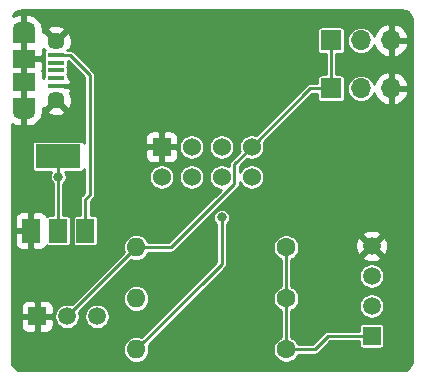
<source format=gbr>
G04 #@! TF.GenerationSoftware,KiCad,Pcbnew,5.1.2*
G04 #@! TF.CreationDate,2019-06-25T15:37:04+02:00*
G04 #@! TF.ProjectId,esp01-tempsensor,65737030-312d-4746-956d-7073656e736f,rev?*
G04 #@! TF.SameCoordinates,Original*
G04 #@! TF.FileFunction,Copper,L1,Top*
G04 #@! TF.FilePolarity,Positive*
%FSLAX46Y46*%
G04 Gerber Fmt 4.6, Leading zero omitted, Abs format (unit mm)*
G04 Created by KiCad (PCBNEW 5.1.2) date 2019-06-25 15:37:04*
%MOMM*%
%LPD*%
G04 APERTURE LIST*
%ADD10C,1.524000*%
%ADD11R,1.524000X1.524000*%
%ADD12R,3.800000X2.000000*%
%ADD13R,1.500000X2.000000*%
%ADD14C,1.500000*%
%ADD15R,1.500000X1.500000*%
%ADD16C,1.520000*%
%ADD17R,1.520000X1.520000*%
%ADD18C,1.600000*%
%ADD19O,1.600000X1.600000*%
%ADD20R,1.900000X1.500000*%
%ADD21C,1.450000*%
%ADD22R,1.350000X0.400000*%
%ADD23O,1.900000X1.200000*%
%ADD24R,1.900000X1.200000*%
%ADD25R,1.700000X1.700000*%
%ADD26O,1.700000X1.700000*%
%ADD27C,0.800000*%
%ADD28C,0.250000*%
%ADD29C,0.254000*%
G04 APERTURE END LIST*
D10*
X144145000Y-118237000D03*
X144145000Y-115697000D03*
X141605000Y-118237000D03*
X141605000Y-115697000D03*
X139065000Y-118237000D03*
X139065000Y-115697000D03*
X136525000Y-118237000D03*
D11*
X136525000Y-115697000D03*
D12*
X127762000Y-116484000D03*
D13*
X127762000Y-122784000D03*
X130062000Y-122784000D03*
X125462000Y-122784000D03*
D14*
X154305000Y-124079000D03*
X154305000Y-126619000D03*
X154305000Y-129159000D03*
D15*
X154305000Y-131699000D03*
D16*
X128524000Y-130048000D03*
X131064000Y-130048000D03*
D17*
X125984000Y-130048000D03*
D18*
X147066000Y-132842000D03*
D19*
X134366000Y-132842000D03*
D18*
X147066000Y-128524000D03*
D19*
X134366000Y-128524000D03*
D18*
X147066000Y-124206000D03*
D19*
X134366000Y-124206000D03*
D20*
X124872000Y-110220000D03*
D21*
X127572000Y-106720000D03*
D22*
X127572000Y-108570000D03*
X127572000Y-107920000D03*
X127572000Y-110520000D03*
X127572000Y-109870000D03*
X127572000Y-109220000D03*
D21*
X127572000Y-111720000D03*
D20*
X124872000Y-108220000D03*
D23*
X124872000Y-105720000D03*
X124872000Y-112720000D03*
D24*
X124872000Y-112120000D03*
X124872000Y-106320000D03*
D25*
X150876000Y-110744000D03*
D26*
X153416000Y-110744000D03*
X155956000Y-110744000D03*
D25*
X150876000Y-106680000D03*
D26*
X153416000Y-106680000D03*
X155956000Y-106680000D03*
D27*
X127772001Y-118226999D03*
X141605000Y-121666000D03*
D28*
X134366000Y-124206000D02*
X128524000Y-130048000D01*
X150876000Y-107780000D02*
X150876000Y-110744000D01*
X150876000Y-106680000D02*
X150876000Y-107780000D01*
X149098000Y-110744000D02*
X150876000Y-110744000D01*
X144145000Y-115697000D02*
X149098000Y-110744000D01*
X135497370Y-124206000D02*
X134366000Y-124206000D01*
X137287000Y-124206000D02*
X135497370Y-124206000D01*
X142692001Y-118800999D02*
X137287000Y-124206000D01*
X142692001Y-117149999D02*
X142692001Y-118800999D01*
X144145000Y-115697000D02*
X142692001Y-117149999D01*
X127762000Y-116484000D02*
X127762000Y-122784000D01*
X147066000Y-124206000D02*
X147066000Y-128524000D01*
X147066000Y-129655370D02*
X147066000Y-132842000D01*
X147066000Y-128524000D02*
X147066000Y-129655370D01*
X147066000Y-132842000D02*
X149479000Y-132842000D01*
X150622000Y-131699000D02*
X154305000Y-131699000D01*
X149479000Y-132842000D02*
X150622000Y-131699000D01*
X134366000Y-132842000D02*
X140589000Y-126619000D01*
X140589000Y-126619000D02*
X141605000Y-125603000D01*
X141605000Y-125603000D02*
X141605000Y-121666000D01*
X130062000Y-120128000D02*
X130062000Y-122784000D01*
X130429000Y-119761000D02*
X130062000Y-120128000D01*
X127572000Y-107920000D02*
X128748000Y-107920000D01*
X130429000Y-109601000D02*
X130429000Y-119761000D01*
X128748000Y-107920000D02*
X130429000Y-109601000D01*
D29*
G36*
X157031189Y-104157376D02*
G01*
X157194850Y-104207022D01*
X157345672Y-104287638D01*
X157477870Y-104396130D01*
X157586362Y-104528328D01*
X157666978Y-104679150D01*
X157716624Y-104842811D01*
X157734000Y-105019234D01*
X157734000Y-133740766D01*
X157716624Y-133917189D01*
X157666978Y-134080850D01*
X157586362Y-134231672D01*
X157477870Y-134363870D01*
X157345672Y-134472362D01*
X157194850Y-134552978D01*
X157031189Y-134602624D01*
X156854766Y-134620000D01*
X124704234Y-134620000D01*
X124527811Y-134602624D01*
X124364150Y-134552978D01*
X124213328Y-134472362D01*
X124081130Y-134363870D01*
X123972638Y-134231672D01*
X123892022Y-134080850D01*
X123842376Y-133917189D01*
X123825000Y-133740766D01*
X123825000Y-132842000D01*
X133233547Y-132842000D01*
X133255307Y-133062931D01*
X133319750Y-133275371D01*
X133424400Y-133471157D01*
X133565235Y-133642765D01*
X133736843Y-133783600D01*
X133932629Y-133888250D01*
X134145069Y-133952693D01*
X134310635Y-133969000D01*
X134421365Y-133969000D01*
X134586931Y-133952693D01*
X134799371Y-133888250D01*
X134995157Y-133783600D01*
X135166765Y-133642765D01*
X135307600Y-133471157D01*
X135412250Y-133275371D01*
X135476693Y-133062931D01*
X135498453Y-132842000D01*
X135476693Y-132621069D01*
X135418381Y-132428842D01*
X140924313Y-126922911D01*
X140924317Y-126922906D01*
X141908906Y-125938318D01*
X141926159Y-125924159D01*
X141982643Y-125855333D01*
X142024614Y-125776810D01*
X142050460Y-125691607D01*
X142057000Y-125625205D01*
X142057000Y-125625204D01*
X142059187Y-125603000D01*
X142057000Y-125580795D01*
X142057000Y-124095000D01*
X145939000Y-124095000D01*
X145939000Y-124317000D01*
X145982310Y-124534734D01*
X146067266Y-124739835D01*
X146190602Y-124924421D01*
X146347579Y-125081398D01*
X146532165Y-125204734D01*
X146614000Y-125238631D01*
X146614001Y-127491368D01*
X146532165Y-127525266D01*
X146347579Y-127648602D01*
X146190602Y-127805579D01*
X146067266Y-127990165D01*
X145982310Y-128195266D01*
X145939000Y-128413000D01*
X145939000Y-128635000D01*
X145982310Y-128852734D01*
X146067266Y-129057835D01*
X146190602Y-129242421D01*
X146347579Y-129399398D01*
X146532165Y-129522734D01*
X146614001Y-129556632D01*
X146614001Y-129633156D01*
X146614000Y-129633166D01*
X146614001Y-131809368D01*
X146532165Y-131843266D01*
X146347579Y-131966602D01*
X146190602Y-132123579D01*
X146067266Y-132308165D01*
X145982310Y-132513266D01*
X145939000Y-132731000D01*
X145939000Y-132953000D01*
X145982310Y-133170734D01*
X146067266Y-133375835D01*
X146190602Y-133560421D01*
X146347579Y-133717398D01*
X146532165Y-133840734D01*
X146737266Y-133925690D01*
X146955000Y-133969000D01*
X147177000Y-133969000D01*
X147394734Y-133925690D01*
X147599835Y-133840734D01*
X147784421Y-133717398D01*
X147941398Y-133560421D01*
X148064734Y-133375835D01*
X148098631Y-133294000D01*
X149456795Y-133294000D01*
X149479000Y-133296187D01*
X149501205Y-133294000D01*
X149567607Y-133287460D01*
X149652810Y-133261614D01*
X149731333Y-133219643D01*
X149800159Y-133163159D01*
X149814323Y-133145900D01*
X150809225Y-132151000D01*
X153226418Y-132151000D01*
X153226418Y-132449000D01*
X153232732Y-132513103D01*
X153251430Y-132574743D01*
X153281794Y-132631550D01*
X153322657Y-132681343D01*
X153372450Y-132722206D01*
X153429257Y-132752570D01*
X153490897Y-132771268D01*
X153555000Y-132777582D01*
X155055000Y-132777582D01*
X155119103Y-132771268D01*
X155180743Y-132752570D01*
X155237550Y-132722206D01*
X155287343Y-132681343D01*
X155328206Y-132631550D01*
X155358570Y-132574743D01*
X155377268Y-132513103D01*
X155383582Y-132449000D01*
X155383582Y-130949000D01*
X155377268Y-130884897D01*
X155358570Y-130823257D01*
X155328206Y-130766450D01*
X155287343Y-130716657D01*
X155237550Y-130675794D01*
X155180743Y-130645430D01*
X155119103Y-130626732D01*
X155055000Y-130620418D01*
X153555000Y-130620418D01*
X153490897Y-130626732D01*
X153429257Y-130645430D01*
X153372450Y-130675794D01*
X153322657Y-130716657D01*
X153281794Y-130766450D01*
X153251430Y-130823257D01*
X153232732Y-130884897D01*
X153226418Y-130949000D01*
X153226418Y-131247000D01*
X150644204Y-131247000D01*
X150621999Y-131244813D01*
X150533392Y-131253540D01*
X150448190Y-131279386D01*
X150369667Y-131321357D01*
X150300841Y-131377841D01*
X150286685Y-131395090D01*
X149291777Y-132390000D01*
X148098631Y-132390000D01*
X148064734Y-132308165D01*
X147941398Y-132123579D01*
X147784421Y-131966602D01*
X147599835Y-131843266D01*
X147518000Y-131809369D01*
X147518000Y-129556631D01*
X147599835Y-129522734D01*
X147784421Y-129399398D01*
X147941398Y-129242421D01*
X148064734Y-129057835D01*
X148066767Y-129052925D01*
X153228000Y-129052925D01*
X153228000Y-129265075D01*
X153269389Y-129473149D01*
X153350575Y-129669151D01*
X153468440Y-129845547D01*
X153618453Y-129995560D01*
X153794849Y-130113425D01*
X153990851Y-130194611D01*
X154198925Y-130236000D01*
X154411075Y-130236000D01*
X154619149Y-130194611D01*
X154815151Y-130113425D01*
X154991547Y-129995560D01*
X155141560Y-129845547D01*
X155259425Y-129669151D01*
X155340611Y-129473149D01*
X155382000Y-129265075D01*
X155382000Y-129052925D01*
X155340611Y-128844851D01*
X155259425Y-128648849D01*
X155141560Y-128472453D01*
X154991547Y-128322440D01*
X154815151Y-128204575D01*
X154619149Y-128123389D01*
X154411075Y-128082000D01*
X154198925Y-128082000D01*
X153990851Y-128123389D01*
X153794849Y-128204575D01*
X153618453Y-128322440D01*
X153468440Y-128472453D01*
X153350575Y-128648849D01*
X153269389Y-128844851D01*
X153228000Y-129052925D01*
X148066767Y-129052925D01*
X148149690Y-128852734D01*
X148193000Y-128635000D01*
X148193000Y-128413000D01*
X148149690Y-128195266D01*
X148064734Y-127990165D01*
X147941398Y-127805579D01*
X147784421Y-127648602D01*
X147599835Y-127525266D01*
X147518000Y-127491369D01*
X147518000Y-126512925D01*
X153228000Y-126512925D01*
X153228000Y-126725075D01*
X153269389Y-126933149D01*
X153350575Y-127129151D01*
X153468440Y-127305547D01*
X153618453Y-127455560D01*
X153794849Y-127573425D01*
X153990851Y-127654611D01*
X154198925Y-127696000D01*
X154411075Y-127696000D01*
X154619149Y-127654611D01*
X154815151Y-127573425D01*
X154991547Y-127455560D01*
X155141560Y-127305547D01*
X155259425Y-127129151D01*
X155340611Y-126933149D01*
X155382000Y-126725075D01*
X155382000Y-126512925D01*
X155340611Y-126304851D01*
X155259425Y-126108849D01*
X155141560Y-125932453D01*
X154991547Y-125782440D01*
X154815151Y-125664575D01*
X154619149Y-125583389D01*
X154411075Y-125542000D01*
X154198925Y-125542000D01*
X153990851Y-125583389D01*
X153794849Y-125664575D01*
X153618453Y-125782440D01*
X153468440Y-125932453D01*
X153350575Y-126108849D01*
X153269389Y-126304851D01*
X153228000Y-126512925D01*
X147518000Y-126512925D01*
X147518000Y-125238631D01*
X147599835Y-125204734D01*
X147784421Y-125081398D01*
X147829826Y-125035993D01*
X153527612Y-125035993D01*
X153593137Y-125274860D01*
X153840116Y-125390760D01*
X154104960Y-125456250D01*
X154377492Y-125468812D01*
X154647238Y-125427965D01*
X154903832Y-125335277D01*
X155016863Y-125274860D01*
X155082388Y-125035993D01*
X154305000Y-124258605D01*
X153527612Y-125035993D01*
X147829826Y-125035993D01*
X147941398Y-124924421D01*
X148064734Y-124739835D01*
X148149690Y-124534734D01*
X148193000Y-124317000D01*
X148193000Y-124151492D01*
X152915188Y-124151492D01*
X152956035Y-124421238D01*
X153048723Y-124677832D01*
X153109140Y-124790863D01*
X153348007Y-124856388D01*
X154125395Y-124079000D01*
X154484605Y-124079000D01*
X155261993Y-124856388D01*
X155500860Y-124790863D01*
X155616760Y-124543884D01*
X155682250Y-124279040D01*
X155694812Y-124006508D01*
X155653965Y-123736762D01*
X155561277Y-123480168D01*
X155500860Y-123367137D01*
X155261993Y-123301612D01*
X154484605Y-124079000D01*
X154125395Y-124079000D01*
X153348007Y-123301612D01*
X153109140Y-123367137D01*
X152993240Y-123614116D01*
X152927750Y-123878960D01*
X152915188Y-124151492D01*
X148193000Y-124151492D01*
X148193000Y-124095000D01*
X148149690Y-123877266D01*
X148064734Y-123672165D01*
X147941398Y-123487579D01*
X147784421Y-123330602D01*
X147599835Y-123207266D01*
X147394734Y-123122310D01*
X147393211Y-123122007D01*
X153527612Y-123122007D01*
X154305000Y-123899395D01*
X155082388Y-123122007D01*
X155016863Y-122883140D01*
X154769884Y-122767240D01*
X154505040Y-122701750D01*
X154232508Y-122689188D01*
X153962762Y-122730035D01*
X153706168Y-122822723D01*
X153593137Y-122883140D01*
X153527612Y-123122007D01*
X147393211Y-123122007D01*
X147177000Y-123079000D01*
X146955000Y-123079000D01*
X146737266Y-123122310D01*
X146532165Y-123207266D01*
X146347579Y-123330602D01*
X146190602Y-123487579D01*
X146067266Y-123672165D01*
X145982310Y-123877266D01*
X145939000Y-124095000D01*
X142057000Y-124095000D01*
X142057000Y-122238339D01*
X142068436Y-122230698D01*
X142169698Y-122129436D01*
X142249259Y-122010364D01*
X142304062Y-121878058D01*
X142332000Y-121737603D01*
X142332000Y-121594397D01*
X142304062Y-121453942D01*
X142249259Y-121321636D01*
X142169698Y-121202564D01*
X142068436Y-121101302D01*
X141949364Y-121021741D01*
X141817058Y-120966938D01*
X141676603Y-120939000D01*
X141533397Y-120939000D01*
X141392942Y-120966938D01*
X141260636Y-121021741D01*
X141141564Y-121101302D01*
X141040302Y-121202564D01*
X140960741Y-121321636D01*
X140905938Y-121453942D01*
X140878000Y-121594397D01*
X140878000Y-121737603D01*
X140905938Y-121878058D01*
X140960741Y-122010364D01*
X141040302Y-122129436D01*
X141141564Y-122230698D01*
X141153001Y-122238340D01*
X141153000Y-125415776D01*
X140285094Y-126283683D01*
X140285089Y-126283687D01*
X134779158Y-131789619D01*
X134586931Y-131731307D01*
X134421365Y-131715000D01*
X134310635Y-131715000D01*
X134145069Y-131731307D01*
X133932629Y-131795750D01*
X133736843Y-131900400D01*
X133565235Y-132041235D01*
X133424400Y-132212843D01*
X133319750Y-132408629D01*
X133255307Y-132621069D01*
X133233547Y-132842000D01*
X123825000Y-132842000D01*
X123825000Y-130808000D01*
X124585928Y-130808000D01*
X124598188Y-130932482D01*
X124634498Y-131052180D01*
X124693463Y-131162494D01*
X124772815Y-131259185D01*
X124869506Y-131338537D01*
X124979820Y-131397502D01*
X125099518Y-131433812D01*
X125224000Y-131446072D01*
X125698250Y-131443000D01*
X125857000Y-131284250D01*
X125857000Y-130175000D01*
X126111000Y-130175000D01*
X126111000Y-131284250D01*
X126269750Y-131443000D01*
X126744000Y-131446072D01*
X126868482Y-131433812D01*
X126988180Y-131397502D01*
X127098494Y-131338537D01*
X127195185Y-131259185D01*
X127274537Y-131162494D01*
X127333502Y-131052180D01*
X127369812Y-130932482D01*
X127382072Y-130808000D01*
X127379000Y-130333750D01*
X127220250Y-130175000D01*
X126111000Y-130175000D01*
X125857000Y-130175000D01*
X124747750Y-130175000D01*
X124589000Y-130333750D01*
X124585928Y-130808000D01*
X123825000Y-130808000D01*
X123825000Y-129940940D01*
X127437000Y-129940940D01*
X127437000Y-130155060D01*
X127478772Y-130365066D01*
X127560713Y-130562888D01*
X127679672Y-130740922D01*
X127831078Y-130892328D01*
X128009112Y-131011287D01*
X128206934Y-131093228D01*
X128416940Y-131135000D01*
X128631060Y-131135000D01*
X128841066Y-131093228D01*
X129038888Y-131011287D01*
X129216922Y-130892328D01*
X129368328Y-130740922D01*
X129487287Y-130562888D01*
X129569228Y-130365066D01*
X129611000Y-130155060D01*
X129611000Y-129940940D01*
X129977000Y-129940940D01*
X129977000Y-130155060D01*
X130018772Y-130365066D01*
X130100713Y-130562888D01*
X130219672Y-130740922D01*
X130371078Y-130892328D01*
X130549112Y-131011287D01*
X130746934Y-131093228D01*
X130956940Y-131135000D01*
X131171060Y-131135000D01*
X131381066Y-131093228D01*
X131578888Y-131011287D01*
X131756922Y-130892328D01*
X131908328Y-130740922D01*
X132027287Y-130562888D01*
X132109228Y-130365066D01*
X132151000Y-130155060D01*
X132151000Y-129940940D01*
X132109228Y-129730934D01*
X132027287Y-129533112D01*
X131908328Y-129355078D01*
X131756922Y-129203672D01*
X131578888Y-129084713D01*
X131381066Y-129002772D01*
X131171060Y-128961000D01*
X130956940Y-128961000D01*
X130746934Y-129002772D01*
X130549112Y-129084713D01*
X130371078Y-129203672D01*
X130219672Y-129355078D01*
X130100713Y-129533112D01*
X130018772Y-129730934D01*
X129977000Y-129940940D01*
X129611000Y-129940940D01*
X129569228Y-129730934D01*
X129543178Y-129668045D01*
X130687223Y-128524000D01*
X133233547Y-128524000D01*
X133255307Y-128744931D01*
X133319750Y-128957371D01*
X133424400Y-129153157D01*
X133565235Y-129324765D01*
X133736843Y-129465600D01*
X133932629Y-129570250D01*
X134145069Y-129634693D01*
X134310635Y-129651000D01*
X134421365Y-129651000D01*
X134586931Y-129634693D01*
X134799371Y-129570250D01*
X134995157Y-129465600D01*
X135166765Y-129324765D01*
X135307600Y-129153157D01*
X135412250Y-128957371D01*
X135476693Y-128744931D01*
X135498453Y-128524000D01*
X135476693Y-128303069D01*
X135412250Y-128090629D01*
X135307600Y-127894843D01*
X135166765Y-127723235D01*
X134995157Y-127582400D01*
X134799371Y-127477750D01*
X134586931Y-127413307D01*
X134421365Y-127397000D01*
X134310635Y-127397000D01*
X134145069Y-127413307D01*
X133932629Y-127477750D01*
X133736843Y-127582400D01*
X133565235Y-127723235D01*
X133424400Y-127894843D01*
X133319750Y-128090629D01*
X133255307Y-128303069D01*
X133233547Y-128524000D01*
X130687223Y-128524000D01*
X133952842Y-125258382D01*
X134145069Y-125316693D01*
X134310635Y-125333000D01*
X134421365Y-125333000D01*
X134586931Y-125316693D01*
X134799371Y-125252250D01*
X134995157Y-125147600D01*
X135166765Y-125006765D01*
X135307600Y-124835157D01*
X135402293Y-124658000D01*
X137264795Y-124658000D01*
X137287000Y-124660187D01*
X137309205Y-124658000D01*
X137375607Y-124651460D01*
X137460810Y-124625614D01*
X137539333Y-124583643D01*
X137608159Y-124527159D01*
X137622323Y-124509900D01*
X142995906Y-119136318D01*
X143013160Y-119122158D01*
X143069644Y-119053332D01*
X143111615Y-118974809D01*
X143137461Y-118889606D01*
X143144001Y-118823204D01*
X143146188Y-118800999D01*
X143144001Y-118778794D01*
X143144001Y-118666068D01*
X143179941Y-118752835D01*
X143299119Y-118931197D01*
X143450803Y-119082881D01*
X143629165Y-119202059D01*
X143827350Y-119284150D01*
X144037743Y-119326000D01*
X144252257Y-119326000D01*
X144462650Y-119284150D01*
X144660835Y-119202059D01*
X144839197Y-119082881D01*
X144990881Y-118931197D01*
X145110059Y-118752835D01*
X145192150Y-118554650D01*
X145234000Y-118344257D01*
X145234000Y-118129743D01*
X145192150Y-117919350D01*
X145110059Y-117721165D01*
X144990881Y-117542803D01*
X144839197Y-117391119D01*
X144660835Y-117271941D01*
X144462650Y-117189850D01*
X144252257Y-117148000D01*
X144037743Y-117148000D01*
X143827350Y-117189850D01*
X143629165Y-117271941D01*
X143450803Y-117391119D01*
X143299119Y-117542803D01*
X143179941Y-117721165D01*
X143144001Y-117807932D01*
X143144001Y-117337222D01*
X143763515Y-116717709D01*
X143827350Y-116744150D01*
X144037743Y-116786000D01*
X144252257Y-116786000D01*
X144462650Y-116744150D01*
X144660835Y-116662059D01*
X144839197Y-116542881D01*
X144990881Y-116391197D01*
X145110059Y-116212835D01*
X145192150Y-116014650D01*
X145234000Y-115804257D01*
X145234000Y-115589743D01*
X145192150Y-115379350D01*
X145165709Y-115315515D01*
X149285224Y-111196000D01*
X149697418Y-111196000D01*
X149697418Y-111594000D01*
X149703732Y-111658103D01*
X149722430Y-111719743D01*
X149752794Y-111776550D01*
X149793657Y-111826343D01*
X149843450Y-111867206D01*
X149900257Y-111897570D01*
X149961897Y-111916268D01*
X150026000Y-111922582D01*
X151726000Y-111922582D01*
X151790103Y-111916268D01*
X151851743Y-111897570D01*
X151908550Y-111867206D01*
X151958343Y-111826343D01*
X151999206Y-111776550D01*
X152029570Y-111719743D01*
X152048268Y-111658103D01*
X152054582Y-111594000D01*
X152054582Y-110744000D01*
X152233306Y-110744000D01*
X152256031Y-110974732D01*
X152323333Y-111196597D01*
X152432626Y-111401070D01*
X152579709Y-111580291D01*
X152758930Y-111727374D01*
X152963403Y-111836667D01*
X153185268Y-111903969D01*
X153358188Y-111921000D01*
X153473812Y-111921000D01*
X153646732Y-111903969D01*
X153868597Y-111836667D01*
X154073070Y-111727374D01*
X154252291Y-111580291D01*
X154399374Y-111401070D01*
X154508667Y-111196597D01*
X154527014Y-111136115D01*
X154611843Y-111375252D01*
X154760822Y-111625355D01*
X154955731Y-111841588D01*
X155189080Y-112015641D01*
X155451901Y-112140825D01*
X155599110Y-112185476D01*
X155829000Y-112064155D01*
X155829000Y-110871000D01*
X156083000Y-110871000D01*
X156083000Y-112064155D01*
X156312890Y-112185476D01*
X156460099Y-112140825D01*
X156722920Y-112015641D01*
X156956269Y-111841588D01*
X157151178Y-111625355D01*
X157300157Y-111375252D01*
X157397481Y-111100891D01*
X157276814Y-110871000D01*
X156083000Y-110871000D01*
X155829000Y-110871000D01*
X155809000Y-110871000D01*
X155809000Y-110617000D01*
X155829000Y-110617000D01*
X155829000Y-109423845D01*
X156083000Y-109423845D01*
X156083000Y-110617000D01*
X157276814Y-110617000D01*
X157397481Y-110387109D01*
X157300157Y-110112748D01*
X157151178Y-109862645D01*
X156956269Y-109646412D01*
X156722920Y-109472359D01*
X156460099Y-109347175D01*
X156312890Y-109302524D01*
X156083000Y-109423845D01*
X155829000Y-109423845D01*
X155599110Y-109302524D01*
X155451901Y-109347175D01*
X155189080Y-109472359D01*
X154955731Y-109646412D01*
X154760822Y-109862645D01*
X154611843Y-110112748D01*
X154527014Y-110351885D01*
X154508667Y-110291403D01*
X154399374Y-110086930D01*
X154252291Y-109907709D01*
X154073070Y-109760626D01*
X153868597Y-109651333D01*
X153646732Y-109584031D01*
X153473812Y-109567000D01*
X153358188Y-109567000D01*
X153185268Y-109584031D01*
X152963403Y-109651333D01*
X152758930Y-109760626D01*
X152579709Y-109907709D01*
X152432626Y-110086930D01*
X152323333Y-110291403D01*
X152256031Y-110513268D01*
X152233306Y-110744000D01*
X152054582Y-110744000D01*
X152054582Y-109894000D01*
X152048268Y-109829897D01*
X152029570Y-109768257D01*
X151999206Y-109711450D01*
X151958343Y-109661657D01*
X151908550Y-109620794D01*
X151851743Y-109590430D01*
X151790103Y-109571732D01*
X151726000Y-109565418D01*
X151328000Y-109565418D01*
X151328000Y-107858582D01*
X151726000Y-107858582D01*
X151790103Y-107852268D01*
X151851743Y-107833570D01*
X151908550Y-107803206D01*
X151958343Y-107762343D01*
X151999206Y-107712550D01*
X152029570Y-107655743D01*
X152048268Y-107594103D01*
X152054582Y-107530000D01*
X152054582Y-106680000D01*
X152233306Y-106680000D01*
X152256031Y-106910732D01*
X152323333Y-107132597D01*
X152432626Y-107337070D01*
X152579709Y-107516291D01*
X152758930Y-107663374D01*
X152963403Y-107772667D01*
X153185268Y-107839969D01*
X153358188Y-107857000D01*
X153473812Y-107857000D01*
X153646732Y-107839969D01*
X153868597Y-107772667D01*
X154073070Y-107663374D01*
X154252291Y-107516291D01*
X154399374Y-107337070D01*
X154508667Y-107132597D01*
X154527014Y-107072115D01*
X154611843Y-107311252D01*
X154760822Y-107561355D01*
X154955731Y-107777588D01*
X155189080Y-107951641D01*
X155451901Y-108076825D01*
X155599110Y-108121476D01*
X155829000Y-108000155D01*
X155829000Y-106807000D01*
X156083000Y-106807000D01*
X156083000Y-108000155D01*
X156312890Y-108121476D01*
X156460099Y-108076825D01*
X156722920Y-107951641D01*
X156956269Y-107777588D01*
X157151178Y-107561355D01*
X157300157Y-107311252D01*
X157397481Y-107036891D01*
X157276814Y-106807000D01*
X156083000Y-106807000D01*
X155829000Y-106807000D01*
X155809000Y-106807000D01*
X155809000Y-106553000D01*
X155829000Y-106553000D01*
X155829000Y-105359845D01*
X156083000Y-105359845D01*
X156083000Y-106553000D01*
X157276814Y-106553000D01*
X157397481Y-106323109D01*
X157300157Y-106048748D01*
X157151178Y-105798645D01*
X156956269Y-105582412D01*
X156722920Y-105408359D01*
X156460099Y-105283175D01*
X156312890Y-105238524D01*
X156083000Y-105359845D01*
X155829000Y-105359845D01*
X155599110Y-105238524D01*
X155451901Y-105283175D01*
X155189080Y-105408359D01*
X154955731Y-105582412D01*
X154760822Y-105798645D01*
X154611843Y-106048748D01*
X154527014Y-106287885D01*
X154508667Y-106227403D01*
X154399374Y-106022930D01*
X154252291Y-105843709D01*
X154073070Y-105696626D01*
X153868597Y-105587333D01*
X153646732Y-105520031D01*
X153473812Y-105503000D01*
X153358188Y-105503000D01*
X153185268Y-105520031D01*
X152963403Y-105587333D01*
X152758930Y-105696626D01*
X152579709Y-105843709D01*
X152432626Y-106022930D01*
X152323333Y-106227403D01*
X152256031Y-106449268D01*
X152233306Y-106680000D01*
X152054582Y-106680000D01*
X152054582Y-105830000D01*
X152048268Y-105765897D01*
X152029570Y-105704257D01*
X151999206Y-105647450D01*
X151958343Y-105597657D01*
X151908550Y-105556794D01*
X151851743Y-105526430D01*
X151790103Y-105507732D01*
X151726000Y-105501418D01*
X150026000Y-105501418D01*
X149961897Y-105507732D01*
X149900257Y-105526430D01*
X149843450Y-105556794D01*
X149793657Y-105597657D01*
X149752794Y-105647450D01*
X149722430Y-105704257D01*
X149703732Y-105765897D01*
X149697418Y-105830000D01*
X149697418Y-107530000D01*
X149703732Y-107594103D01*
X149722430Y-107655743D01*
X149752794Y-107712550D01*
X149793657Y-107762343D01*
X149843450Y-107803206D01*
X149900257Y-107833570D01*
X149961897Y-107852268D01*
X150026000Y-107858582D01*
X150424000Y-107858582D01*
X150424001Y-109565418D01*
X150026000Y-109565418D01*
X149961897Y-109571732D01*
X149900257Y-109590430D01*
X149843450Y-109620794D01*
X149793657Y-109661657D01*
X149752794Y-109711450D01*
X149722430Y-109768257D01*
X149703732Y-109829897D01*
X149697418Y-109894000D01*
X149697418Y-110292000D01*
X149120205Y-110292000D01*
X149098000Y-110289813D01*
X149009392Y-110298540D01*
X148924190Y-110324386D01*
X148845667Y-110366357D01*
X148776841Y-110422841D01*
X148762681Y-110440095D01*
X144526485Y-114676291D01*
X144462650Y-114649850D01*
X144252257Y-114608000D01*
X144037743Y-114608000D01*
X143827350Y-114649850D01*
X143629165Y-114731941D01*
X143450803Y-114851119D01*
X143299119Y-115002803D01*
X143179941Y-115181165D01*
X143097850Y-115379350D01*
X143056000Y-115589743D01*
X143056000Y-115804257D01*
X143097850Y-116014650D01*
X143124291Y-116078485D01*
X142388101Y-116814676D01*
X142370842Y-116828840D01*
X142314359Y-116897666D01*
X142272387Y-116976190D01*
X142246541Y-117061392D01*
X142237814Y-117149999D01*
X142240001Y-117172204D01*
X142240001Y-117351565D01*
X142120835Y-117271941D01*
X141922650Y-117189850D01*
X141712257Y-117148000D01*
X141497743Y-117148000D01*
X141287350Y-117189850D01*
X141089165Y-117271941D01*
X140910803Y-117391119D01*
X140759119Y-117542803D01*
X140639941Y-117721165D01*
X140557850Y-117919350D01*
X140516000Y-118129743D01*
X140516000Y-118344257D01*
X140557850Y-118554650D01*
X140639941Y-118752835D01*
X140759119Y-118931197D01*
X140910803Y-119082881D01*
X141089165Y-119202059D01*
X141287350Y-119284150D01*
X141497743Y-119326000D01*
X141527776Y-119326000D01*
X137099777Y-123754000D01*
X135402293Y-123754000D01*
X135307600Y-123576843D01*
X135166765Y-123405235D01*
X134995157Y-123264400D01*
X134799371Y-123159750D01*
X134586931Y-123095307D01*
X134421365Y-123079000D01*
X134310635Y-123079000D01*
X134145069Y-123095307D01*
X133932629Y-123159750D01*
X133736843Y-123264400D01*
X133565235Y-123405235D01*
X133424400Y-123576843D01*
X133319750Y-123772629D01*
X133255307Y-123985069D01*
X133233547Y-124206000D01*
X133255307Y-124426931D01*
X133313618Y-124619158D01*
X128903955Y-129028822D01*
X128841066Y-129002772D01*
X128631060Y-128961000D01*
X128416940Y-128961000D01*
X128206934Y-129002772D01*
X128009112Y-129084713D01*
X127831078Y-129203672D01*
X127679672Y-129355078D01*
X127560713Y-129533112D01*
X127478772Y-129730934D01*
X127437000Y-129940940D01*
X123825000Y-129940940D01*
X123825000Y-129288000D01*
X124585928Y-129288000D01*
X124589000Y-129762250D01*
X124747750Y-129921000D01*
X125857000Y-129921000D01*
X125857000Y-128811750D01*
X126111000Y-128811750D01*
X126111000Y-129921000D01*
X127220250Y-129921000D01*
X127379000Y-129762250D01*
X127382072Y-129288000D01*
X127369812Y-129163518D01*
X127333502Y-129043820D01*
X127274537Y-128933506D01*
X127195185Y-128836815D01*
X127098494Y-128757463D01*
X126988180Y-128698498D01*
X126868482Y-128662188D01*
X126744000Y-128649928D01*
X126269750Y-128653000D01*
X126111000Y-128811750D01*
X125857000Y-128811750D01*
X125698250Y-128653000D01*
X125224000Y-128649928D01*
X125099518Y-128662188D01*
X124979820Y-128698498D01*
X124869506Y-128757463D01*
X124772815Y-128836815D01*
X124693463Y-128933506D01*
X124634498Y-129043820D01*
X124598188Y-129163518D01*
X124585928Y-129288000D01*
X123825000Y-129288000D01*
X123825000Y-123784000D01*
X124073928Y-123784000D01*
X124086188Y-123908482D01*
X124122498Y-124028180D01*
X124181463Y-124138494D01*
X124260815Y-124235185D01*
X124357506Y-124314537D01*
X124467820Y-124373502D01*
X124587518Y-124409812D01*
X124712000Y-124422072D01*
X125176250Y-124419000D01*
X125335000Y-124260250D01*
X125335000Y-122911000D01*
X124235750Y-122911000D01*
X124077000Y-123069750D01*
X124073928Y-123784000D01*
X123825000Y-123784000D01*
X123825000Y-121784000D01*
X124073928Y-121784000D01*
X124077000Y-122498250D01*
X124235750Y-122657000D01*
X125335000Y-122657000D01*
X125335000Y-121307750D01*
X125176250Y-121149000D01*
X124712000Y-121145928D01*
X124587518Y-121158188D01*
X124467820Y-121194498D01*
X124357506Y-121253463D01*
X124260815Y-121332815D01*
X124181463Y-121429506D01*
X124122498Y-121539820D01*
X124086188Y-121659518D01*
X124073928Y-121784000D01*
X123825000Y-121784000D01*
X123825000Y-113740191D01*
X123932054Y-113812390D01*
X124156504Y-113906493D01*
X124395000Y-113955000D01*
X124745000Y-113955000D01*
X124745000Y-110347000D01*
X124725000Y-110347000D01*
X124725000Y-110093000D01*
X124745000Y-110093000D01*
X124745000Y-108347000D01*
X124725000Y-108347000D01*
X124725000Y-108093000D01*
X124745000Y-108093000D01*
X124745000Y-104485000D01*
X124999000Y-104485000D01*
X124999000Y-108093000D01*
X126298250Y-108093000D01*
X126457000Y-107934250D01*
X126460072Y-107470000D01*
X126456415Y-107432866D01*
X126632865Y-107479527D01*
X126516312Y-107596080D01*
X126575057Y-107654825D01*
X126574732Y-107655897D01*
X126568418Y-107720000D01*
X126568418Y-108120000D01*
X126574732Y-108184103D01*
X126593205Y-108245000D01*
X126574732Y-108305897D01*
X126568418Y-108370000D01*
X126568418Y-108770000D01*
X126574732Y-108834103D01*
X126593205Y-108895000D01*
X126574732Y-108955897D01*
X126568418Y-109020000D01*
X126568418Y-109420000D01*
X126574732Y-109484103D01*
X126593205Y-109545000D01*
X126574732Y-109605897D01*
X126568418Y-109670000D01*
X126568418Y-109774925D01*
X126551036Y-109783861D01*
X126457504Y-109858150D01*
X126460072Y-109470000D01*
X126447812Y-109345518D01*
X126411502Y-109225820D01*
X126408391Y-109220000D01*
X126411502Y-109214180D01*
X126447812Y-109094482D01*
X126460072Y-108970000D01*
X126457000Y-108505750D01*
X126298250Y-108347000D01*
X124999000Y-108347000D01*
X124999000Y-110093000D01*
X125019000Y-110093000D01*
X125019000Y-110347000D01*
X124999000Y-110347000D01*
X124999000Y-113955000D01*
X125349000Y-113955000D01*
X125587496Y-113906493D01*
X125811946Y-113812390D01*
X126013725Y-113676307D01*
X126185078Y-113503474D01*
X126319421Y-113300533D01*
X126411591Y-113075282D01*
X126415462Y-113037609D01*
X126391679Y-113001265D01*
X126411502Y-112964180D01*
X126447048Y-112847002D01*
X126457000Y-112847002D01*
X126457000Y-112751192D01*
X126460072Y-112720000D01*
X126459477Y-112659133D01*
X126812472Y-112659133D01*
X126874965Y-112895450D01*
X127117678Y-113008850D01*
X127377849Y-113072719D01*
X127645482Y-113084604D01*
X127910291Y-113044048D01*
X128162100Y-112952609D01*
X128269035Y-112895450D01*
X128331528Y-112659133D01*
X127572000Y-111899605D01*
X126812472Y-112659133D01*
X126459477Y-112659133D01*
X126457267Y-112433091D01*
X126632867Y-112479528D01*
X127392395Y-111720000D01*
X127378253Y-111705858D01*
X127557858Y-111526253D01*
X127572000Y-111540395D01*
X127586143Y-111526253D01*
X127765748Y-111705858D01*
X127751605Y-111720000D01*
X128511133Y-112479528D01*
X128747450Y-112417035D01*
X128860850Y-112174322D01*
X128924719Y-111914151D01*
X128936604Y-111646518D01*
X128896048Y-111381709D01*
X128804609Y-111129900D01*
X128775725Y-111075864D01*
X128832521Y-110973576D01*
X128870741Y-110854474D01*
X128882000Y-110751750D01*
X128723250Y-110593000D01*
X128281847Y-110593000D01*
X128269035Y-110544550D01*
X128060246Y-110447000D01*
X128723250Y-110447000D01*
X128882000Y-110288250D01*
X128870741Y-110185526D01*
X128832521Y-110066424D01*
X128771800Y-109957067D01*
X128690912Y-109861657D01*
X128592964Y-109783861D01*
X128575582Y-109774925D01*
X128575582Y-109670000D01*
X128569268Y-109605897D01*
X128550795Y-109545000D01*
X128569268Y-109484103D01*
X128575582Y-109420000D01*
X128575582Y-109020000D01*
X128569268Y-108955897D01*
X128550795Y-108895000D01*
X128569268Y-108834103D01*
X128575582Y-108770000D01*
X128575582Y-108386805D01*
X129977000Y-109788224D01*
X129977001Y-115395939D01*
X129965570Y-115358257D01*
X129935206Y-115301450D01*
X129894343Y-115251657D01*
X129844550Y-115210794D01*
X129787743Y-115180430D01*
X129726103Y-115161732D01*
X129662000Y-115155418D01*
X125862000Y-115155418D01*
X125797897Y-115161732D01*
X125736257Y-115180430D01*
X125679450Y-115210794D01*
X125629657Y-115251657D01*
X125588794Y-115301450D01*
X125558430Y-115358257D01*
X125539732Y-115419897D01*
X125533418Y-115484000D01*
X125533418Y-117484000D01*
X125539732Y-117548103D01*
X125558430Y-117609743D01*
X125588794Y-117666550D01*
X125629657Y-117716343D01*
X125679450Y-117757206D01*
X125736257Y-117787570D01*
X125797897Y-117806268D01*
X125862000Y-117812582D01*
X127174550Y-117812582D01*
X127127742Y-117882635D01*
X127072939Y-118014941D01*
X127045001Y-118155396D01*
X127045001Y-118298602D01*
X127072939Y-118439057D01*
X127127742Y-118571363D01*
X127207303Y-118690435D01*
X127308565Y-118791697D01*
X127310000Y-118792656D01*
X127310001Y-121455418D01*
X127012000Y-121455418D01*
X126947897Y-121461732D01*
X126886257Y-121480430D01*
X126829450Y-121510794D01*
X126799239Y-121535587D01*
X126742537Y-121429506D01*
X126663185Y-121332815D01*
X126566494Y-121253463D01*
X126456180Y-121194498D01*
X126336482Y-121158188D01*
X126212000Y-121145928D01*
X125747750Y-121149000D01*
X125589000Y-121307750D01*
X125589000Y-122657000D01*
X125609000Y-122657000D01*
X125609000Y-122911000D01*
X125589000Y-122911000D01*
X125589000Y-124260250D01*
X125747750Y-124419000D01*
X126212000Y-124422072D01*
X126336482Y-124409812D01*
X126456180Y-124373502D01*
X126566494Y-124314537D01*
X126663185Y-124235185D01*
X126742537Y-124138494D01*
X126799239Y-124032413D01*
X126829450Y-124057206D01*
X126886257Y-124087570D01*
X126947897Y-124106268D01*
X127012000Y-124112582D01*
X128512000Y-124112582D01*
X128576103Y-124106268D01*
X128637743Y-124087570D01*
X128694550Y-124057206D01*
X128744343Y-124016343D01*
X128785206Y-123966550D01*
X128815570Y-123909743D01*
X128834268Y-123848103D01*
X128840582Y-123784000D01*
X128840582Y-121784000D01*
X128834268Y-121719897D01*
X128815570Y-121658257D01*
X128785206Y-121601450D01*
X128744343Y-121551657D01*
X128694550Y-121510794D01*
X128637743Y-121480430D01*
X128576103Y-121461732D01*
X128512000Y-121455418D01*
X128214000Y-121455418D01*
X128214000Y-118806021D01*
X128235437Y-118791697D01*
X128336699Y-118690435D01*
X128416260Y-118571363D01*
X128471063Y-118439057D01*
X128499001Y-118298602D01*
X128499001Y-118155396D01*
X128471063Y-118014941D01*
X128416260Y-117882635D01*
X128369452Y-117812582D01*
X129662000Y-117812582D01*
X129726103Y-117806268D01*
X129787743Y-117787570D01*
X129844550Y-117757206D01*
X129894343Y-117716343D01*
X129935206Y-117666550D01*
X129965570Y-117609743D01*
X129977001Y-117572060D01*
X129977001Y-119573775D01*
X129758100Y-119792677D01*
X129740841Y-119806841D01*
X129705744Y-119849608D01*
X129684358Y-119875667D01*
X129642386Y-119954191D01*
X129616540Y-120039393D01*
X129607813Y-120128000D01*
X129610000Y-120150205D01*
X129610000Y-121455418D01*
X129312000Y-121455418D01*
X129247897Y-121461732D01*
X129186257Y-121480430D01*
X129129450Y-121510794D01*
X129079657Y-121551657D01*
X129038794Y-121601450D01*
X129008430Y-121658257D01*
X128989732Y-121719897D01*
X128983418Y-121784000D01*
X128983418Y-123784000D01*
X128989732Y-123848103D01*
X129008430Y-123909743D01*
X129038794Y-123966550D01*
X129079657Y-124016343D01*
X129129450Y-124057206D01*
X129186257Y-124087570D01*
X129247897Y-124106268D01*
X129312000Y-124112582D01*
X130812000Y-124112582D01*
X130876103Y-124106268D01*
X130937743Y-124087570D01*
X130994550Y-124057206D01*
X131044343Y-124016343D01*
X131085206Y-123966550D01*
X131115570Y-123909743D01*
X131134268Y-123848103D01*
X131140582Y-123784000D01*
X131140582Y-121784000D01*
X131134268Y-121719897D01*
X131115570Y-121658257D01*
X131085206Y-121601450D01*
X131044343Y-121551657D01*
X130994550Y-121510794D01*
X130937743Y-121480430D01*
X130876103Y-121461732D01*
X130812000Y-121455418D01*
X130514000Y-121455418D01*
X130514000Y-120315224D01*
X130732910Y-120096315D01*
X130750159Y-120082159D01*
X130806643Y-120013333D01*
X130848614Y-119934810D01*
X130874460Y-119849607D01*
X130881000Y-119783205D01*
X130883187Y-119761001D01*
X130881000Y-119738796D01*
X130881000Y-118129743D01*
X135436000Y-118129743D01*
X135436000Y-118344257D01*
X135477850Y-118554650D01*
X135559941Y-118752835D01*
X135679119Y-118931197D01*
X135830803Y-119082881D01*
X136009165Y-119202059D01*
X136207350Y-119284150D01*
X136417743Y-119326000D01*
X136632257Y-119326000D01*
X136842650Y-119284150D01*
X137040835Y-119202059D01*
X137219197Y-119082881D01*
X137370881Y-118931197D01*
X137490059Y-118752835D01*
X137572150Y-118554650D01*
X137614000Y-118344257D01*
X137614000Y-118129743D01*
X137976000Y-118129743D01*
X137976000Y-118344257D01*
X138017850Y-118554650D01*
X138099941Y-118752835D01*
X138219119Y-118931197D01*
X138370803Y-119082881D01*
X138549165Y-119202059D01*
X138747350Y-119284150D01*
X138957743Y-119326000D01*
X139172257Y-119326000D01*
X139382650Y-119284150D01*
X139580835Y-119202059D01*
X139759197Y-119082881D01*
X139910881Y-118931197D01*
X140030059Y-118752835D01*
X140112150Y-118554650D01*
X140154000Y-118344257D01*
X140154000Y-118129743D01*
X140112150Y-117919350D01*
X140030059Y-117721165D01*
X139910881Y-117542803D01*
X139759197Y-117391119D01*
X139580835Y-117271941D01*
X139382650Y-117189850D01*
X139172257Y-117148000D01*
X138957743Y-117148000D01*
X138747350Y-117189850D01*
X138549165Y-117271941D01*
X138370803Y-117391119D01*
X138219119Y-117542803D01*
X138099941Y-117721165D01*
X138017850Y-117919350D01*
X137976000Y-118129743D01*
X137614000Y-118129743D01*
X137572150Y-117919350D01*
X137490059Y-117721165D01*
X137370881Y-117542803D01*
X137219197Y-117391119D01*
X137040835Y-117271941D01*
X136842650Y-117189850D01*
X136632257Y-117148000D01*
X136417743Y-117148000D01*
X136207350Y-117189850D01*
X136009165Y-117271941D01*
X135830803Y-117391119D01*
X135679119Y-117542803D01*
X135559941Y-117721165D01*
X135477850Y-117919350D01*
X135436000Y-118129743D01*
X130881000Y-118129743D01*
X130881000Y-116459000D01*
X135124928Y-116459000D01*
X135137188Y-116583482D01*
X135173498Y-116703180D01*
X135232463Y-116813494D01*
X135311815Y-116910185D01*
X135408506Y-116989537D01*
X135518820Y-117048502D01*
X135638518Y-117084812D01*
X135763000Y-117097072D01*
X136239250Y-117094000D01*
X136398000Y-116935250D01*
X136398000Y-115824000D01*
X136652000Y-115824000D01*
X136652000Y-116935250D01*
X136810750Y-117094000D01*
X137287000Y-117097072D01*
X137411482Y-117084812D01*
X137531180Y-117048502D01*
X137641494Y-116989537D01*
X137738185Y-116910185D01*
X137817537Y-116813494D01*
X137876502Y-116703180D01*
X137912812Y-116583482D01*
X137925072Y-116459000D01*
X137922000Y-115982750D01*
X137763250Y-115824000D01*
X136652000Y-115824000D01*
X136398000Y-115824000D01*
X135286750Y-115824000D01*
X135128000Y-115982750D01*
X135124928Y-116459000D01*
X130881000Y-116459000D01*
X130881000Y-115589743D01*
X137976000Y-115589743D01*
X137976000Y-115804257D01*
X138017850Y-116014650D01*
X138099941Y-116212835D01*
X138219119Y-116391197D01*
X138370803Y-116542881D01*
X138549165Y-116662059D01*
X138747350Y-116744150D01*
X138957743Y-116786000D01*
X139172257Y-116786000D01*
X139382650Y-116744150D01*
X139580835Y-116662059D01*
X139759197Y-116542881D01*
X139910881Y-116391197D01*
X140030059Y-116212835D01*
X140112150Y-116014650D01*
X140154000Y-115804257D01*
X140154000Y-115589743D01*
X140516000Y-115589743D01*
X140516000Y-115804257D01*
X140557850Y-116014650D01*
X140639941Y-116212835D01*
X140759119Y-116391197D01*
X140910803Y-116542881D01*
X141089165Y-116662059D01*
X141287350Y-116744150D01*
X141497743Y-116786000D01*
X141712257Y-116786000D01*
X141922650Y-116744150D01*
X142120835Y-116662059D01*
X142299197Y-116542881D01*
X142450881Y-116391197D01*
X142570059Y-116212835D01*
X142652150Y-116014650D01*
X142694000Y-115804257D01*
X142694000Y-115589743D01*
X142652150Y-115379350D01*
X142570059Y-115181165D01*
X142450881Y-115002803D01*
X142299197Y-114851119D01*
X142120835Y-114731941D01*
X141922650Y-114649850D01*
X141712257Y-114608000D01*
X141497743Y-114608000D01*
X141287350Y-114649850D01*
X141089165Y-114731941D01*
X140910803Y-114851119D01*
X140759119Y-115002803D01*
X140639941Y-115181165D01*
X140557850Y-115379350D01*
X140516000Y-115589743D01*
X140154000Y-115589743D01*
X140112150Y-115379350D01*
X140030059Y-115181165D01*
X139910881Y-115002803D01*
X139759197Y-114851119D01*
X139580835Y-114731941D01*
X139382650Y-114649850D01*
X139172257Y-114608000D01*
X138957743Y-114608000D01*
X138747350Y-114649850D01*
X138549165Y-114731941D01*
X138370803Y-114851119D01*
X138219119Y-115002803D01*
X138099941Y-115181165D01*
X138017850Y-115379350D01*
X137976000Y-115589743D01*
X130881000Y-115589743D01*
X130881000Y-114935000D01*
X135124928Y-114935000D01*
X135128000Y-115411250D01*
X135286750Y-115570000D01*
X136398000Y-115570000D01*
X136398000Y-114458750D01*
X136652000Y-114458750D01*
X136652000Y-115570000D01*
X137763250Y-115570000D01*
X137922000Y-115411250D01*
X137925072Y-114935000D01*
X137912812Y-114810518D01*
X137876502Y-114690820D01*
X137817537Y-114580506D01*
X137738185Y-114483815D01*
X137641494Y-114404463D01*
X137531180Y-114345498D01*
X137411482Y-114309188D01*
X137287000Y-114296928D01*
X136810750Y-114300000D01*
X136652000Y-114458750D01*
X136398000Y-114458750D01*
X136239250Y-114300000D01*
X135763000Y-114296928D01*
X135638518Y-114309188D01*
X135518820Y-114345498D01*
X135408506Y-114404463D01*
X135311815Y-114483815D01*
X135232463Y-114580506D01*
X135173498Y-114690820D01*
X135137188Y-114810518D01*
X135124928Y-114935000D01*
X130881000Y-114935000D01*
X130881000Y-109623205D01*
X130883187Y-109601000D01*
X130874460Y-109512392D01*
X130848614Y-109427190D01*
X130816137Y-109366430D01*
X130806643Y-109348667D01*
X130750159Y-109279841D01*
X130732906Y-109265682D01*
X129083323Y-107616100D01*
X129069159Y-107598841D01*
X129000333Y-107542357D01*
X128921810Y-107500386D01*
X128836607Y-107474540D01*
X128770205Y-107468000D01*
X128748000Y-107465813D01*
X128725795Y-107468000D01*
X128554726Y-107468000D01*
X128747450Y-107417035D01*
X128860850Y-107174322D01*
X128924719Y-106914151D01*
X128936604Y-106646518D01*
X128896048Y-106381709D01*
X128804609Y-106129900D01*
X128747450Y-106022965D01*
X128511133Y-105960472D01*
X127751605Y-106720000D01*
X127765748Y-106734143D01*
X127586143Y-106913748D01*
X127572000Y-106899605D01*
X127557858Y-106913748D01*
X127378253Y-106734143D01*
X127392395Y-106720000D01*
X126632867Y-105960472D01*
X126457267Y-106006909D01*
X126459476Y-105780867D01*
X126812472Y-105780867D01*
X127572000Y-106540395D01*
X128331528Y-105780867D01*
X128269035Y-105544550D01*
X128026322Y-105431150D01*
X127766151Y-105367281D01*
X127498518Y-105355396D01*
X127233709Y-105395952D01*
X126981900Y-105487391D01*
X126874965Y-105544550D01*
X126812472Y-105780867D01*
X126459476Y-105780867D01*
X126460072Y-105720000D01*
X126457000Y-105688808D01*
X126457000Y-105592998D01*
X126447048Y-105592998D01*
X126411502Y-105475820D01*
X126391679Y-105438735D01*
X126415462Y-105402391D01*
X126411591Y-105364718D01*
X126319421Y-105139467D01*
X126185078Y-104936526D01*
X126013725Y-104763693D01*
X125811946Y-104627610D01*
X125587496Y-104533507D01*
X125349000Y-104485000D01*
X124999000Y-104485000D01*
X124745000Y-104485000D01*
X124395000Y-104485000D01*
X124156504Y-104533507D01*
X123932054Y-104627610D01*
X123912534Y-104640775D01*
X123972638Y-104528328D01*
X124081130Y-104396130D01*
X124213328Y-104287638D01*
X124364150Y-104207022D01*
X124527811Y-104157376D01*
X124704234Y-104140000D01*
X156854766Y-104140000D01*
X157031189Y-104157376D01*
X157031189Y-104157376D01*
G37*
X157031189Y-104157376D02*
X157194850Y-104207022D01*
X157345672Y-104287638D01*
X157477870Y-104396130D01*
X157586362Y-104528328D01*
X157666978Y-104679150D01*
X157716624Y-104842811D01*
X157734000Y-105019234D01*
X157734000Y-133740766D01*
X157716624Y-133917189D01*
X157666978Y-134080850D01*
X157586362Y-134231672D01*
X157477870Y-134363870D01*
X157345672Y-134472362D01*
X157194850Y-134552978D01*
X157031189Y-134602624D01*
X156854766Y-134620000D01*
X124704234Y-134620000D01*
X124527811Y-134602624D01*
X124364150Y-134552978D01*
X124213328Y-134472362D01*
X124081130Y-134363870D01*
X123972638Y-134231672D01*
X123892022Y-134080850D01*
X123842376Y-133917189D01*
X123825000Y-133740766D01*
X123825000Y-132842000D01*
X133233547Y-132842000D01*
X133255307Y-133062931D01*
X133319750Y-133275371D01*
X133424400Y-133471157D01*
X133565235Y-133642765D01*
X133736843Y-133783600D01*
X133932629Y-133888250D01*
X134145069Y-133952693D01*
X134310635Y-133969000D01*
X134421365Y-133969000D01*
X134586931Y-133952693D01*
X134799371Y-133888250D01*
X134995157Y-133783600D01*
X135166765Y-133642765D01*
X135307600Y-133471157D01*
X135412250Y-133275371D01*
X135476693Y-133062931D01*
X135498453Y-132842000D01*
X135476693Y-132621069D01*
X135418381Y-132428842D01*
X140924313Y-126922911D01*
X140924317Y-126922906D01*
X141908906Y-125938318D01*
X141926159Y-125924159D01*
X141982643Y-125855333D01*
X142024614Y-125776810D01*
X142050460Y-125691607D01*
X142057000Y-125625205D01*
X142057000Y-125625204D01*
X142059187Y-125603000D01*
X142057000Y-125580795D01*
X142057000Y-124095000D01*
X145939000Y-124095000D01*
X145939000Y-124317000D01*
X145982310Y-124534734D01*
X146067266Y-124739835D01*
X146190602Y-124924421D01*
X146347579Y-125081398D01*
X146532165Y-125204734D01*
X146614000Y-125238631D01*
X146614001Y-127491368D01*
X146532165Y-127525266D01*
X146347579Y-127648602D01*
X146190602Y-127805579D01*
X146067266Y-127990165D01*
X145982310Y-128195266D01*
X145939000Y-128413000D01*
X145939000Y-128635000D01*
X145982310Y-128852734D01*
X146067266Y-129057835D01*
X146190602Y-129242421D01*
X146347579Y-129399398D01*
X146532165Y-129522734D01*
X146614001Y-129556632D01*
X146614001Y-129633156D01*
X146614000Y-129633166D01*
X146614001Y-131809368D01*
X146532165Y-131843266D01*
X146347579Y-131966602D01*
X146190602Y-132123579D01*
X146067266Y-132308165D01*
X145982310Y-132513266D01*
X145939000Y-132731000D01*
X145939000Y-132953000D01*
X145982310Y-133170734D01*
X146067266Y-133375835D01*
X146190602Y-133560421D01*
X146347579Y-133717398D01*
X146532165Y-133840734D01*
X146737266Y-133925690D01*
X146955000Y-133969000D01*
X147177000Y-133969000D01*
X147394734Y-133925690D01*
X147599835Y-133840734D01*
X147784421Y-133717398D01*
X147941398Y-133560421D01*
X148064734Y-133375835D01*
X148098631Y-133294000D01*
X149456795Y-133294000D01*
X149479000Y-133296187D01*
X149501205Y-133294000D01*
X149567607Y-133287460D01*
X149652810Y-133261614D01*
X149731333Y-133219643D01*
X149800159Y-133163159D01*
X149814323Y-133145900D01*
X150809225Y-132151000D01*
X153226418Y-132151000D01*
X153226418Y-132449000D01*
X153232732Y-132513103D01*
X153251430Y-132574743D01*
X153281794Y-132631550D01*
X153322657Y-132681343D01*
X153372450Y-132722206D01*
X153429257Y-132752570D01*
X153490897Y-132771268D01*
X153555000Y-132777582D01*
X155055000Y-132777582D01*
X155119103Y-132771268D01*
X155180743Y-132752570D01*
X155237550Y-132722206D01*
X155287343Y-132681343D01*
X155328206Y-132631550D01*
X155358570Y-132574743D01*
X155377268Y-132513103D01*
X155383582Y-132449000D01*
X155383582Y-130949000D01*
X155377268Y-130884897D01*
X155358570Y-130823257D01*
X155328206Y-130766450D01*
X155287343Y-130716657D01*
X155237550Y-130675794D01*
X155180743Y-130645430D01*
X155119103Y-130626732D01*
X155055000Y-130620418D01*
X153555000Y-130620418D01*
X153490897Y-130626732D01*
X153429257Y-130645430D01*
X153372450Y-130675794D01*
X153322657Y-130716657D01*
X153281794Y-130766450D01*
X153251430Y-130823257D01*
X153232732Y-130884897D01*
X153226418Y-130949000D01*
X153226418Y-131247000D01*
X150644204Y-131247000D01*
X150621999Y-131244813D01*
X150533392Y-131253540D01*
X150448190Y-131279386D01*
X150369667Y-131321357D01*
X150300841Y-131377841D01*
X150286685Y-131395090D01*
X149291777Y-132390000D01*
X148098631Y-132390000D01*
X148064734Y-132308165D01*
X147941398Y-132123579D01*
X147784421Y-131966602D01*
X147599835Y-131843266D01*
X147518000Y-131809369D01*
X147518000Y-129556631D01*
X147599835Y-129522734D01*
X147784421Y-129399398D01*
X147941398Y-129242421D01*
X148064734Y-129057835D01*
X148066767Y-129052925D01*
X153228000Y-129052925D01*
X153228000Y-129265075D01*
X153269389Y-129473149D01*
X153350575Y-129669151D01*
X153468440Y-129845547D01*
X153618453Y-129995560D01*
X153794849Y-130113425D01*
X153990851Y-130194611D01*
X154198925Y-130236000D01*
X154411075Y-130236000D01*
X154619149Y-130194611D01*
X154815151Y-130113425D01*
X154991547Y-129995560D01*
X155141560Y-129845547D01*
X155259425Y-129669151D01*
X155340611Y-129473149D01*
X155382000Y-129265075D01*
X155382000Y-129052925D01*
X155340611Y-128844851D01*
X155259425Y-128648849D01*
X155141560Y-128472453D01*
X154991547Y-128322440D01*
X154815151Y-128204575D01*
X154619149Y-128123389D01*
X154411075Y-128082000D01*
X154198925Y-128082000D01*
X153990851Y-128123389D01*
X153794849Y-128204575D01*
X153618453Y-128322440D01*
X153468440Y-128472453D01*
X153350575Y-128648849D01*
X153269389Y-128844851D01*
X153228000Y-129052925D01*
X148066767Y-129052925D01*
X148149690Y-128852734D01*
X148193000Y-128635000D01*
X148193000Y-128413000D01*
X148149690Y-128195266D01*
X148064734Y-127990165D01*
X147941398Y-127805579D01*
X147784421Y-127648602D01*
X147599835Y-127525266D01*
X147518000Y-127491369D01*
X147518000Y-126512925D01*
X153228000Y-126512925D01*
X153228000Y-126725075D01*
X153269389Y-126933149D01*
X153350575Y-127129151D01*
X153468440Y-127305547D01*
X153618453Y-127455560D01*
X153794849Y-127573425D01*
X153990851Y-127654611D01*
X154198925Y-127696000D01*
X154411075Y-127696000D01*
X154619149Y-127654611D01*
X154815151Y-127573425D01*
X154991547Y-127455560D01*
X155141560Y-127305547D01*
X155259425Y-127129151D01*
X155340611Y-126933149D01*
X155382000Y-126725075D01*
X155382000Y-126512925D01*
X155340611Y-126304851D01*
X155259425Y-126108849D01*
X155141560Y-125932453D01*
X154991547Y-125782440D01*
X154815151Y-125664575D01*
X154619149Y-125583389D01*
X154411075Y-125542000D01*
X154198925Y-125542000D01*
X153990851Y-125583389D01*
X153794849Y-125664575D01*
X153618453Y-125782440D01*
X153468440Y-125932453D01*
X153350575Y-126108849D01*
X153269389Y-126304851D01*
X153228000Y-126512925D01*
X147518000Y-126512925D01*
X147518000Y-125238631D01*
X147599835Y-125204734D01*
X147784421Y-125081398D01*
X147829826Y-125035993D01*
X153527612Y-125035993D01*
X153593137Y-125274860D01*
X153840116Y-125390760D01*
X154104960Y-125456250D01*
X154377492Y-125468812D01*
X154647238Y-125427965D01*
X154903832Y-125335277D01*
X155016863Y-125274860D01*
X155082388Y-125035993D01*
X154305000Y-124258605D01*
X153527612Y-125035993D01*
X147829826Y-125035993D01*
X147941398Y-124924421D01*
X148064734Y-124739835D01*
X148149690Y-124534734D01*
X148193000Y-124317000D01*
X148193000Y-124151492D01*
X152915188Y-124151492D01*
X152956035Y-124421238D01*
X153048723Y-124677832D01*
X153109140Y-124790863D01*
X153348007Y-124856388D01*
X154125395Y-124079000D01*
X154484605Y-124079000D01*
X155261993Y-124856388D01*
X155500860Y-124790863D01*
X155616760Y-124543884D01*
X155682250Y-124279040D01*
X155694812Y-124006508D01*
X155653965Y-123736762D01*
X155561277Y-123480168D01*
X155500860Y-123367137D01*
X155261993Y-123301612D01*
X154484605Y-124079000D01*
X154125395Y-124079000D01*
X153348007Y-123301612D01*
X153109140Y-123367137D01*
X152993240Y-123614116D01*
X152927750Y-123878960D01*
X152915188Y-124151492D01*
X148193000Y-124151492D01*
X148193000Y-124095000D01*
X148149690Y-123877266D01*
X148064734Y-123672165D01*
X147941398Y-123487579D01*
X147784421Y-123330602D01*
X147599835Y-123207266D01*
X147394734Y-123122310D01*
X147393211Y-123122007D01*
X153527612Y-123122007D01*
X154305000Y-123899395D01*
X155082388Y-123122007D01*
X155016863Y-122883140D01*
X154769884Y-122767240D01*
X154505040Y-122701750D01*
X154232508Y-122689188D01*
X153962762Y-122730035D01*
X153706168Y-122822723D01*
X153593137Y-122883140D01*
X153527612Y-123122007D01*
X147393211Y-123122007D01*
X147177000Y-123079000D01*
X146955000Y-123079000D01*
X146737266Y-123122310D01*
X146532165Y-123207266D01*
X146347579Y-123330602D01*
X146190602Y-123487579D01*
X146067266Y-123672165D01*
X145982310Y-123877266D01*
X145939000Y-124095000D01*
X142057000Y-124095000D01*
X142057000Y-122238339D01*
X142068436Y-122230698D01*
X142169698Y-122129436D01*
X142249259Y-122010364D01*
X142304062Y-121878058D01*
X142332000Y-121737603D01*
X142332000Y-121594397D01*
X142304062Y-121453942D01*
X142249259Y-121321636D01*
X142169698Y-121202564D01*
X142068436Y-121101302D01*
X141949364Y-121021741D01*
X141817058Y-120966938D01*
X141676603Y-120939000D01*
X141533397Y-120939000D01*
X141392942Y-120966938D01*
X141260636Y-121021741D01*
X141141564Y-121101302D01*
X141040302Y-121202564D01*
X140960741Y-121321636D01*
X140905938Y-121453942D01*
X140878000Y-121594397D01*
X140878000Y-121737603D01*
X140905938Y-121878058D01*
X140960741Y-122010364D01*
X141040302Y-122129436D01*
X141141564Y-122230698D01*
X141153001Y-122238340D01*
X141153000Y-125415776D01*
X140285094Y-126283683D01*
X140285089Y-126283687D01*
X134779158Y-131789619D01*
X134586931Y-131731307D01*
X134421365Y-131715000D01*
X134310635Y-131715000D01*
X134145069Y-131731307D01*
X133932629Y-131795750D01*
X133736843Y-131900400D01*
X133565235Y-132041235D01*
X133424400Y-132212843D01*
X133319750Y-132408629D01*
X133255307Y-132621069D01*
X133233547Y-132842000D01*
X123825000Y-132842000D01*
X123825000Y-130808000D01*
X124585928Y-130808000D01*
X124598188Y-130932482D01*
X124634498Y-131052180D01*
X124693463Y-131162494D01*
X124772815Y-131259185D01*
X124869506Y-131338537D01*
X124979820Y-131397502D01*
X125099518Y-131433812D01*
X125224000Y-131446072D01*
X125698250Y-131443000D01*
X125857000Y-131284250D01*
X125857000Y-130175000D01*
X126111000Y-130175000D01*
X126111000Y-131284250D01*
X126269750Y-131443000D01*
X126744000Y-131446072D01*
X126868482Y-131433812D01*
X126988180Y-131397502D01*
X127098494Y-131338537D01*
X127195185Y-131259185D01*
X127274537Y-131162494D01*
X127333502Y-131052180D01*
X127369812Y-130932482D01*
X127382072Y-130808000D01*
X127379000Y-130333750D01*
X127220250Y-130175000D01*
X126111000Y-130175000D01*
X125857000Y-130175000D01*
X124747750Y-130175000D01*
X124589000Y-130333750D01*
X124585928Y-130808000D01*
X123825000Y-130808000D01*
X123825000Y-129940940D01*
X127437000Y-129940940D01*
X127437000Y-130155060D01*
X127478772Y-130365066D01*
X127560713Y-130562888D01*
X127679672Y-130740922D01*
X127831078Y-130892328D01*
X128009112Y-131011287D01*
X128206934Y-131093228D01*
X128416940Y-131135000D01*
X128631060Y-131135000D01*
X128841066Y-131093228D01*
X129038888Y-131011287D01*
X129216922Y-130892328D01*
X129368328Y-130740922D01*
X129487287Y-130562888D01*
X129569228Y-130365066D01*
X129611000Y-130155060D01*
X129611000Y-129940940D01*
X129977000Y-129940940D01*
X129977000Y-130155060D01*
X130018772Y-130365066D01*
X130100713Y-130562888D01*
X130219672Y-130740922D01*
X130371078Y-130892328D01*
X130549112Y-131011287D01*
X130746934Y-131093228D01*
X130956940Y-131135000D01*
X131171060Y-131135000D01*
X131381066Y-131093228D01*
X131578888Y-131011287D01*
X131756922Y-130892328D01*
X131908328Y-130740922D01*
X132027287Y-130562888D01*
X132109228Y-130365066D01*
X132151000Y-130155060D01*
X132151000Y-129940940D01*
X132109228Y-129730934D01*
X132027287Y-129533112D01*
X131908328Y-129355078D01*
X131756922Y-129203672D01*
X131578888Y-129084713D01*
X131381066Y-129002772D01*
X131171060Y-128961000D01*
X130956940Y-128961000D01*
X130746934Y-129002772D01*
X130549112Y-129084713D01*
X130371078Y-129203672D01*
X130219672Y-129355078D01*
X130100713Y-129533112D01*
X130018772Y-129730934D01*
X129977000Y-129940940D01*
X129611000Y-129940940D01*
X129569228Y-129730934D01*
X129543178Y-129668045D01*
X130687223Y-128524000D01*
X133233547Y-128524000D01*
X133255307Y-128744931D01*
X133319750Y-128957371D01*
X133424400Y-129153157D01*
X133565235Y-129324765D01*
X133736843Y-129465600D01*
X133932629Y-129570250D01*
X134145069Y-129634693D01*
X134310635Y-129651000D01*
X134421365Y-129651000D01*
X134586931Y-129634693D01*
X134799371Y-129570250D01*
X134995157Y-129465600D01*
X135166765Y-129324765D01*
X135307600Y-129153157D01*
X135412250Y-128957371D01*
X135476693Y-128744931D01*
X135498453Y-128524000D01*
X135476693Y-128303069D01*
X135412250Y-128090629D01*
X135307600Y-127894843D01*
X135166765Y-127723235D01*
X134995157Y-127582400D01*
X134799371Y-127477750D01*
X134586931Y-127413307D01*
X134421365Y-127397000D01*
X134310635Y-127397000D01*
X134145069Y-127413307D01*
X133932629Y-127477750D01*
X133736843Y-127582400D01*
X133565235Y-127723235D01*
X133424400Y-127894843D01*
X133319750Y-128090629D01*
X133255307Y-128303069D01*
X133233547Y-128524000D01*
X130687223Y-128524000D01*
X133952842Y-125258382D01*
X134145069Y-125316693D01*
X134310635Y-125333000D01*
X134421365Y-125333000D01*
X134586931Y-125316693D01*
X134799371Y-125252250D01*
X134995157Y-125147600D01*
X135166765Y-125006765D01*
X135307600Y-124835157D01*
X135402293Y-124658000D01*
X137264795Y-124658000D01*
X137287000Y-124660187D01*
X137309205Y-124658000D01*
X137375607Y-124651460D01*
X137460810Y-124625614D01*
X137539333Y-124583643D01*
X137608159Y-124527159D01*
X137622323Y-124509900D01*
X142995906Y-119136318D01*
X143013160Y-119122158D01*
X143069644Y-119053332D01*
X143111615Y-118974809D01*
X143137461Y-118889606D01*
X143144001Y-118823204D01*
X143146188Y-118800999D01*
X143144001Y-118778794D01*
X143144001Y-118666068D01*
X143179941Y-118752835D01*
X143299119Y-118931197D01*
X143450803Y-119082881D01*
X143629165Y-119202059D01*
X143827350Y-119284150D01*
X144037743Y-119326000D01*
X144252257Y-119326000D01*
X144462650Y-119284150D01*
X144660835Y-119202059D01*
X144839197Y-119082881D01*
X144990881Y-118931197D01*
X145110059Y-118752835D01*
X145192150Y-118554650D01*
X145234000Y-118344257D01*
X145234000Y-118129743D01*
X145192150Y-117919350D01*
X145110059Y-117721165D01*
X144990881Y-117542803D01*
X144839197Y-117391119D01*
X144660835Y-117271941D01*
X144462650Y-117189850D01*
X144252257Y-117148000D01*
X144037743Y-117148000D01*
X143827350Y-117189850D01*
X143629165Y-117271941D01*
X143450803Y-117391119D01*
X143299119Y-117542803D01*
X143179941Y-117721165D01*
X143144001Y-117807932D01*
X143144001Y-117337222D01*
X143763515Y-116717709D01*
X143827350Y-116744150D01*
X144037743Y-116786000D01*
X144252257Y-116786000D01*
X144462650Y-116744150D01*
X144660835Y-116662059D01*
X144839197Y-116542881D01*
X144990881Y-116391197D01*
X145110059Y-116212835D01*
X145192150Y-116014650D01*
X145234000Y-115804257D01*
X145234000Y-115589743D01*
X145192150Y-115379350D01*
X145165709Y-115315515D01*
X149285224Y-111196000D01*
X149697418Y-111196000D01*
X149697418Y-111594000D01*
X149703732Y-111658103D01*
X149722430Y-111719743D01*
X149752794Y-111776550D01*
X149793657Y-111826343D01*
X149843450Y-111867206D01*
X149900257Y-111897570D01*
X149961897Y-111916268D01*
X150026000Y-111922582D01*
X151726000Y-111922582D01*
X151790103Y-111916268D01*
X151851743Y-111897570D01*
X151908550Y-111867206D01*
X151958343Y-111826343D01*
X151999206Y-111776550D01*
X152029570Y-111719743D01*
X152048268Y-111658103D01*
X152054582Y-111594000D01*
X152054582Y-110744000D01*
X152233306Y-110744000D01*
X152256031Y-110974732D01*
X152323333Y-111196597D01*
X152432626Y-111401070D01*
X152579709Y-111580291D01*
X152758930Y-111727374D01*
X152963403Y-111836667D01*
X153185268Y-111903969D01*
X153358188Y-111921000D01*
X153473812Y-111921000D01*
X153646732Y-111903969D01*
X153868597Y-111836667D01*
X154073070Y-111727374D01*
X154252291Y-111580291D01*
X154399374Y-111401070D01*
X154508667Y-111196597D01*
X154527014Y-111136115D01*
X154611843Y-111375252D01*
X154760822Y-111625355D01*
X154955731Y-111841588D01*
X155189080Y-112015641D01*
X155451901Y-112140825D01*
X155599110Y-112185476D01*
X155829000Y-112064155D01*
X155829000Y-110871000D01*
X156083000Y-110871000D01*
X156083000Y-112064155D01*
X156312890Y-112185476D01*
X156460099Y-112140825D01*
X156722920Y-112015641D01*
X156956269Y-111841588D01*
X157151178Y-111625355D01*
X157300157Y-111375252D01*
X157397481Y-111100891D01*
X157276814Y-110871000D01*
X156083000Y-110871000D01*
X155829000Y-110871000D01*
X155809000Y-110871000D01*
X155809000Y-110617000D01*
X155829000Y-110617000D01*
X155829000Y-109423845D01*
X156083000Y-109423845D01*
X156083000Y-110617000D01*
X157276814Y-110617000D01*
X157397481Y-110387109D01*
X157300157Y-110112748D01*
X157151178Y-109862645D01*
X156956269Y-109646412D01*
X156722920Y-109472359D01*
X156460099Y-109347175D01*
X156312890Y-109302524D01*
X156083000Y-109423845D01*
X155829000Y-109423845D01*
X155599110Y-109302524D01*
X155451901Y-109347175D01*
X155189080Y-109472359D01*
X154955731Y-109646412D01*
X154760822Y-109862645D01*
X154611843Y-110112748D01*
X154527014Y-110351885D01*
X154508667Y-110291403D01*
X154399374Y-110086930D01*
X154252291Y-109907709D01*
X154073070Y-109760626D01*
X153868597Y-109651333D01*
X153646732Y-109584031D01*
X153473812Y-109567000D01*
X153358188Y-109567000D01*
X153185268Y-109584031D01*
X152963403Y-109651333D01*
X152758930Y-109760626D01*
X152579709Y-109907709D01*
X152432626Y-110086930D01*
X152323333Y-110291403D01*
X152256031Y-110513268D01*
X152233306Y-110744000D01*
X152054582Y-110744000D01*
X152054582Y-109894000D01*
X152048268Y-109829897D01*
X152029570Y-109768257D01*
X151999206Y-109711450D01*
X151958343Y-109661657D01*
X151908550Y-109620794D01*
X151851743Y-109590430D01*
X151790103Y-109571732D01*
X151726000Y-109565418D01*
X151328000Y-109565418D01*
X151328000Y-107858582D01*
X151726000Y-107858582D01*
X151790103Y-107852268D01*
X151851743Y-107833570D01*
X151908550Y-107803206D01*
X151958343Y-107762343D01*
X151999206Y-107712550D01*
X152029570Y-107655743D01*
X152048268Y-107594103D01*
X152054582Y-107530000D01*
X152054582Y-106680000D01*
X152233306Y-106680000D01*
X152256031Y-106910732D01*
X152323333Y-107132597D01*
X152432626Y-107337070D01*
X152579709Y-107516291D01*
X152758930Y-107663374D01*
X152963403Y-107772667D01*
X153185268Y-107839969D01*
X153358188Y-107857000D01*
X153473812Y-107857000D01*
X153646732Y-107839969D01*
X153868597Y-107772667D01*
X154073070Y-107663374D01*
X154252291Y-107516291D01*
X154399374Y-107337070D01*
X154508667Y-107132597D01*
X154527014Y-107072115D01*
X154611843Y-107311252D01*
X154760822Y-107561355D01*
X154955731Y-107777588D01*
X155189080Y-107951641D01*
X155451901Y-108076825D01*
X155599110Y-108121476D01*
X155829000Y-108000155D01*
X155829000Y-106807000D01*
X156083000Y-106807000D01*
X156083000Y-108000155D01*
X156312890Y-108121476D01*
X156460099Y-108076825D01*
X156722920Y-107951641D01*
X156956269Y-107777588D01*
X157151178Y-107561355D01*
X157300157Y-107311252D01*
X157397481Y-107036891D01*
X157276814Y-106807000D01*
X156083000Y-106807000D01*
X155829000Y-106807000D01*
X155809000Y-106807000D01*
X155809000Y-106553000D01*
X155829000Y-106553000D01*
X155829000Y-105359845D01*
X156083000Y-105359845D01*
X156083000Y-106553000D01*
X157276814Y-106553000D01*
X157397481Y-106323109D01*
X157300157Y-106048748D01*
X157151178Y-105798645D01*
X156956269Y-105582412D01*
X156722920Y-105408359D01*
X156460099Y-105283175D01*
X156312890Y-105238524D01*
X156083000Y-105359845D01*
X155829000Y-105359845D01*
X155599110Y-105238524D01*
X155451901Y-105283175D01*
X155189080Y-105408359D01*
X154955731Y-105582412D01*
X154760822Y-105798645D01*
X154611843Y-106048748D01*
X154527014Y-106287885D01*
X154508667Y-106227403D01*
X154399374Y-106022930D01*
X154252291Y-105843709D01*
X154073070Y-105696626D01*
X153868597Y-105587333D01*
X153646732Y-105520031D01*
X153473812Y-105503000D01*
X153358188Y-105503000D01*
X153185268Y-105520031D01*
X152963403Y-105587333D01*
X152758930Y-105696626D01*
X152579709Y-105843709D01*
X152432626Y-106022930D01*
X152323333Y-106227403D01*
X152256031Y-106449268D01*
X152233306Y-106680000D01*
X152054582Y-106680000D01*
X152054582Y-105830000D01*
X152048268Y-105765897D01*
X152029570Y-105704257D01*
X151999206Y-105647450D01*
X151958343Y-105597657D01*
X151908550Y-105556794D01*
X151851743Y-105526430D01*
X151790103Y-105507732D01*
X151726000Y-105501418D01*
X150026000Y-105501418D01*
X149961897Y-105507732D01*
X149900257Y-105526430D01*
X149843450Y-105556794D01*
X149793657Y-105597657D01*
X149752794Y-105647450D01*
X149722430Y-105704257D01*
X149703732Y-105765897D01*
X149697418Y-105830000D01*
X149697418Y-107530000D01*
X149703732Y-107594103D01*
X149722430Y-107655743D01*
X149752794Y-107712550D01*
X149793657Y-107762343D01*
X149843450Y-107803206D01*
X149900257Y-107833570D01*
X149961897Y-107852268D01*
X150026000Y-107858582D01*
X150424000Y-107858582D01*
X150424001Y-109565418D01*
X150026000Y-109565418D01*
X149961897Y-109571732D01*
X149900257Y-109590430D01*
X149843450Y-109620794D01*
X149793657Y-109661657D01*
X149752794Y-109711450D01*
X149722430Y-109768257D01*
X149703732Y-109829897D01*
X149697418Y-109894000D01*
X149697418Y-110292000D01*
X149120205Y-110292000D01*
X149098000Y-110289813D01*
X149009392Y-110298540D01*
X148924190Y-110324386D01*
X148845667Y-110366357D01*
X148776841Y-110422841D01*
X148762681Y-110440095D01*
X144526485Y-114676291D01*
X144462650Y-114649850D01*
X144252257Y-114608000D01*
X144037743Y-114608000D01*
X143827350Y-114649850D01*
X143629165Y-114731941D01*
X143450803Y-114851119D01*
X143299119Y-115002803D01*
X143179941Y-115181165D01*
X143097850Y-115379350D01*
X143056000Y-115589743D01*
X143056000Y-115804257D01*
X143097850Y-116014650D01*
X143124291Y-116078485D01*
X142388101Y-116814676D01*
X142370842Y-116828840D01*
X142314359Y-116897666D01*
X142272387Y-116976190D01*
X142246541Y-117061392D01*
X142237814Y-117149999D01*
X142240001Y-117172204D01*
X142240001Y-117351565D01*
X142120835Y-117271941D01*
X141922650Y-117189850D01*
X141712257Y-117148000D01*
X141497743Y-117148000D01*
X141287350Y-117189850D01*
X141089165Y-117271941D01*
X140910803Y-117391119D01*
X140759119Y-117542803D01*
X140639941Y-117721165D01*
X140557850Y-117919350D01*
X140516000Y-118129743D01*
X140516000Y-118344257D01*
X140557850Y-118554650D01*
X140639941Y-118752835D01*
X140759119Y-118931197D01*
X140910803Y-119082881D01*
X141089165Y-119202059D01*
X141287350Y-119284150D01*
X141497743Y-119326000D01*
X141527776Y-119326000D01*
X137099777Y-123754000D01*
X135402293Y-123754000D01*
X135307600Y-123576843D01*
X135166765Y-123405235D01*
X134995157Y-123264400D01*
X134799371Y-123159750D01*
X134586931Y-123095307D01*
X134421365Y-123079000D01*
X134310635Y-123079000D01*
X134145069Y-123095307D01*
X133932629Y-123159750D01*
X133736843Y-123264400D01*
X133565235Y-123405235D01*
X133424400Y-123576843D01*
X133319750Y-123772629D01*
X133255307Y-123985069D01*
X133233547Y-124206000D01*
X133255307Y-124426931D01*
X133313618Y-124619158D01*
X128903955Y-129028822D01*
X128841066Y-129002772D01*
X128631060Y-128961000D01*
X128416940Y-128961000D01*
X128206934Y-129002772D01*
X128009112Y-129084713D01*
X127831078Y-129203672D01*
X127679672Y-129355078D01*
X127560713Y-129533112D01*
X127478772Y-129730934D01*
X127437000Y-129940940D01*
X123825000Y-129940940D01*
X123825000Y-129288000D01*
X124585928Y-129288000D01*
X124589000Y-129762250D01*
X124747750Y-129921000D01*
X125857000Y-129921000D01*
X125857000Y-128811750D01*
X126111000Y-128811750D01*
X126111000Y-129921000D01*
X127220250Y-129921000D01*
X127379000Y-129762250D01*
X127382072Y-129288000D01*
X127369812Y-129163518D01*
X127333502Y-129043820D01*
X127274537Y-128933506D01*
X127195185Y-128836815D01*
X127098494Y-128757463D01*
X126988180Y-128698498D01*
X126868482Y-128662188D01*
X126744000Y-128649928D01*
X126269750Y-128653000D01*
X126111000Y-128811750D01*
X125857000Y-128811750D01*
X125698250Y-128653000D01*
X125224000Y-128649928D01*
X125099518Y-128662188D01*
X124979820Y-128698498D01*
X124869506Y-128757463D01*
X124772815Y-128836815D01*
X124693463Y-128933506D01*
X124634498Y-129043820D01*
X124598188Y-129163518D01*
X124585928Y-129288000D01*
X123825000Y-129288000D01*
X123825000Y-123784000D01*
X124073928Y-123784000D01*
X124086188Y-123908482D01*
X124122498Y-124028180D01*
X124181463Y-124138494D01*
X124260815Y-124235185D01*
X124357506Y-124314537D01*
X124467820Y-124373502D01*
X124587518Y-124409812D01*
X124712000Y-124422072D01*
X125176250Y-124419000D01*
X125335000Y-124260250D01*
X125335000Y-122911000D01*
X124235750Y-122911000D01*
X124077000Y-123069750D01*
X124073928Y-123784000D01*
X123825000Y-123784000D01*
X123825000Y-121784000D01*
X124073928Y-121784000D01*
X124077000Y-122498250D01*
X124235750Y-122657000D01*
X125335000Y-122657000D01*
X125335000Y-121307750D01*
X125176250Y-121149000D01*
X124712000Y-121145928D01*
X124587518Y-121158188D01*
X124467820Y-121194498D01*
X124357506Y-121253463D01*
X124260815Y-121332815D01*
X124181463Y-121429506D01*
X124122498Y-121539820D01*
X124086188Y-121659518D01*
X124073928Y-121784000D01*
X123825000Y-121784000D01*
X123825000Y-113740191D01*
X123932054Y-113812390D01*
X124156504Y-113906493D01*
X124395000Y-113955000D01*
X124745000Y-113955000D01*
X124745000Y-110347000D01*
X124725000Y-110347000D01*
X124725000Y-110093000D01*
X124745000Y-110093000D01*
X124745000Y-108347000D01*
X124725000Y-108347000D01*
X124725000Y-108093000D01*
X124745000Y-108093000D01*
X124745000Y-104485000D01*
X124999000Y-104485000D01*
X124999000Y-108093000D01*
X126298250Y-108093000D01*
X126457000Y-107934250D01*
X126460072Y-107470000D01*
X126456415Y-107432866D01*
X126632865Y-107479527D01*
X126516312Y-107596080D01*
X126575057Y-107654825D01*
X126574732Y-107655897D01*
X126568418Y-107720000D01*
X126568418Y-108120000D01*
X126574732Y-108184103D01*
X126593205Y-108245000D01*
X126574732Y-108305897D01*
X126568418Y-108370000D01*
X126568418Y-108770000D01*
X126574732Y-108834103D01*
X126593205Y-108895000D01*
X126574732Y-108955897D01*
X126568418Y-109020000D01*
X126568418Y-109420000D01*
X126574732Y-109484103D01*
X126593205Y-109545000D01*
X126574732Y-109605897D01*
X126568418Y-109670000D01*
X126568418Y-109774925D01*
X126551036Y-109783861D01*
X126457504Y-109858150D01*
X126460072Y-109470000D01*
X126447812Y-109345518D01*
X126411502Y-109225820D01*
X126408391Y-109220000D01*
X126411502Y-109214180D01*
X126447812Y-109094482D01*
X126460072Y-108970000D01*
X126457000Y-108505750D01*
X126298250Y-108347000D01*
X124999000Y-108347000D01*
X124999000Y-110093000D01*
X125019000Y-110093000D01*
X125019000Y-110347000D01*
X124999000Y-110347000D01*
X124999000Y-113955000D01*
X125349000Y-113955000D01*
X125587496Y-113906493D01*
X125811946Y-113812390D01*
X126013725Y-113676307D01*
X126185078Y-113503474D01*
X126319421Y-113300533D01*
X126411591Y-113075282D01*
X126415462Y-113037609D01*
X126391679Y-113001265D01*
X126411502Y-112964180D01*
X126447048Y-112847002D01*
X126457000Y-112847002D01*
X126457000Y-112751192D01*
X126460072Y-112720000D01*
X126459477Y-112659133D01*
X126812472Y-112659133D01*
X126874965Y-112895450D01*
X127117678Y-113008850D01*
X127377849Y-113072719D01*
X127645482Y-113084604D01*
X127910291Y-113044048D01*
X128162100Y-112952609D01*
X128269035Y-112895450D01*
X128331528Y-112659133D01*
X127572000Y-111899605D01*
X126812472Y-112659133D01*
X126459477Y-112659133D01*
X126457267Y-112433091D01*
X126632867Y-112479528D01*
X127392395Y-111720000D01*
X127378253Y-111705858D01*
X127557858Y-111526253D01*
X127572000Y-111540395D01*
X127586143Y-111526253D01*
X127765748Y-111705858D01*
X127751605Y-111720000D01*
X128511133Y-112479528D01*
X128747450Y-112417035D01*
X128860850Y-112174322D01*
X128924719Y-111914151D01*
X128936604Y-111646518D01*
X128896048Y-111381709D01*
X128804609Y-111129900D01*
X128775725Y-111075864D01*
X128832521Y-110973576D01*
X128870741Y-110854474D01*
X128882000Y-110751750D01*
X128723250Y-110593000D01*
X128281847Y-110593000D01*
X128269035Y-110544550D01*
X128060246Y-110447000D01*
X128723250Y-110447000D01*
X128882000Y-110288250D01*
X128870741Y-110185526D01*
X128832521Y-110066424D01*
X128771800Y-109957067D01*
X128690912Y-109861657D01*
X128592964Y-109783861D01*
X128575582Y-109774925D01*
X128575582Y-109670000D01*
X128569268Y-109605897D01*
X128550795Y-109545000D01*
X128569268Y-109484103D01*
X128575582Y-109420000D01*
X128575582Y-109020000D01*
X128569268Y-108955897D01*
X128550795Y-108895000D01*
X128569268Y-108834103D01*
X128575582Y-108770000D01*
X128575582Y-108386805D01*
X129977000Y-109788224D01*
X129977001Y-115395939D01*
X129965570Y-115358257D01*
X129935206Y-115301450D01*
X129894343Y-115251657D01*
X129844550Y-115210794D01*
X129787743Y-115180430D01*
X129726103Y-115161732D01*
X129662000Y-115155418D01*
X125862000Y-115155418D01*
X125797897Y-115161732D01*
X125736257Y-115180430D01*
X125679450Y-115210794D01*
X125629657Y-115251657D01*
X125588794Y-115301450D01*
X125558430Y-115358257D01*
X125539732Y-115419897D01*
X125533418Y-115484000D01*
X125533418Y-117484000D01*
X125539732Y-117548103D01*
X125558430Y-117609743D01*
X125588794Y-117666550D01*
X125629657Y-117716343D01*
X125679450Y-117757206D01*
X125736257Y-117787570D01*
X125797897Y-117806268D01*
X125862000Y-117812582D01*
X127174550Y-117812582D01*
X127127742Y-117882635D01*
X127072939Y-118014941D01*
X127045001Y-118155396D01*
X127045001Y-118298602D01*
X127072939Y-118439057D01*
X127127742Y-118571363D01*
X127207303Y-118690435D01*
X127308565Y-118791697D01*
X127310000Y-118792656D01*
X127310001Y-121455418D01*
X127012000Y-121455418D01*
X126947897Y-121461732D01*
X126886257Y-121480430D01*
X126829450Y-121510794D01*
X126799239Y-121535587D01*
X126742537Y-121429506D01*
X126663185Y-121332815D01*
X126566494Y-121253463D01*
X126456180Y-121194498D01*
X126336482Y-121158188D01*
X126212000Y-121145928D01*
X125747750Y-121149000D01*
X125589000Y-121307750D01*
X125589000Y-122657000D01*
X125609000Y-122657000D01*
X125609000Y-122911000D01*
X125589000Y-122911000D01*
X125589000Y-124260250D01*
X125747750Y-124419000D01*
X126212000Y-124422072D01*
X126336482Y-124409812D01*
X126456180Y-124373502D01*
X126566494Y-124314537D01*
X126663185Y-124235185D01*
X126742537Y-124138494D01*
X126799239Y-124032413D01*
X126829450Y-124057206D01*
X126886257Y-124087570D01*
X126947897Y-124106268D01*
X127012000Y-124112582D01*
X128512000Y-124112582D01*
X128576103Y-124106268D01*
X128637743Y-124087570D01*
X128694550Y-124057206D01*
X128744343Y-124016343D01*
X128785206Y-123966550D01*
X128815570Y-123909743D01*
X128834268Y-123848103D01*
X128840582Y-123784000D01*
X128840582Y-121784000D01*
X128834268Y-121719897D01*
X128815570Y-121658257D01*
X128785206Y-121601450D01*
X128744343Y-121551657D01*
X128694550Y-121510794D01*
X128637743Y-121480430D01*
X128576103Y-121461732D01*
X128512000Y-121455418D01*
X128214000Y-121455418D01*
X128214000Y-118806021D01*
X128235437Y-118791697D01*
X128336699Y-118690435D01*
X128416260Y-118571363D01*
X128471063Y-118439057D01*
X128499001Y-118298602D01*
X128499001Y-118155396D01*
X128471063Y-118014941D01*
X128416260Y-117882635D01*
X128369452Y-117812582D01*
X129662000Y-117812582D01*
X129726103Y-117806268D01*
X129787743Y-117787570D01*
X129844550Y-117757206D01*
X129894343Y-117716343D01*
X129935206Y-117666550D01*
X129965570Y-117609743D01*
X129977001Y-117572060D01*
X129977001Y-119573775D01*
X129758100Y-119792677D01*
X129740841Y-119806841D01*
X129705744Y-119849608D01*
X129684358Y-119875667D01*
X129642386Y-119954191D01*
X129616540Y-120039393D01*
X129607813Y-120128000D01*
X129610000Y-120150205D01*
X129610000Y-121455418D01*
X129312000Y-121455418D01*
X129247897Y-121461732D01*
X129186257Y-121480430D01*
X129129450Y-121510794D01*
X129079657Y-121551657D01*
X129038794Y-121601450D01*
X129008430Y-121658257D01*
X128989732Y-121719897D01*
X128983418Y-121784000D01*
X128983418Y-123784000D01*
X128989732Y-123848103D01*
X129008430Y-123909743D01*
X129038794Y-123966550D01*
X129079657Y-124016343D01*
X129129450Y-124057206D01*
X129186257Y-124087570D01*
X129247897Y-124106268D01*
X129312000Y-124112582D01*
X130812000Y-124112582D01*
X130876103Y-124106268D01*
X130937743Y-124087570D01*
X130994550Y-124057206D01*
X131044343Y-124016343D01*
X131085206Y-123966550D01*
X131115570Y-123909743D01*
X131134268Y-123848103D01*
X131140582Y-123784000D01*
X131140582Y-121784000D01*
X131134268Y-121719897D01*
X131115570Y-121658257D01*
X131085206Y-121601450D01*
X131044343Y-121551657D01*
X130994550Y-121510794D01*
X130937743Y-121480430D01*
X130876103Y-121461732D01*
X130812000Y-121455418D01*
X130514000Y-121455418D01*
X130514000Y-120315224D01*
X130732910Y-120096315D01*
X130750159Y-120082159D01*
X130806643Y-120013333D01*
X130848614Y-119934810D01*
X130874460Y-119849607D01*
X130881000Y-119783205D01*
X130883187Y-119761001D01*
X130881000Y-119738796D01*
X130881000Y-118129743D01*
X135436000Y-118129743D01*
X135436000Y-118344257D01*
X135477850Y-118554650D01*
X135559941Y-118752835D01*
X135679119Y-118931197D01*
X135830803Y-119082881D01*
X136009165Y-119202059D01*
X136207350Y-119284150D01*
X136417743Y-119326000D01*
X136632257Y-119326000D01*
X136842650Y-119284150D01*
X137040835Y-119202059D01*
X137219197Y-119082881D01*
X137370881Y-118931197D01*
X137490059Y-118752835D01*
X137572150Y-118554650D01*
X137614000Y-118344257D01*
X137614000Y-118129743D01*
X137976000Y-118129743D01*
X137976000Y-118344257D01*
X138017850Y-118554650D01*
X138099941Y-118752835D01*
X138219119Y-118931197D01*
X138370803Y-119082881D01*
X138549165Y-119202059D01*
X138747350Y-119284150D01*
X138957743Y-119326000D01*
X139172257Y-119326000D01*
X139382650Y-119284150D01*
X139580835Y-119202059D01*
X139759197Y-119082881D01*
X139910881Y-118931197D01*
X140030059Y-118752835D01*
X140112150Y-118554650D01*
X140154000Y-118344257D01*
X140154000Y-118129743D01*
X140112150Y-117919350D01*
X140030059Y-117721165D01*
X139910881Y-117542803D01*
X139759197Y-117391119D01*
X139580835Y-117271941D01*
X139382650Y-117189850D01*
X139172257Y-117148000D01*
X138957743Y-117148000D01*
X138747350Y-117189850D01*
X138549165Y-117271941D01*
X138370803Y-117391119D01*
X138219119Y-117542803D01*
X138099941Y-117721165D01*
X138017850Y-117919350D01*
X137976000Y-118129743D01*
X137614000Y-118129743D01*
X137572150Y-117919350D01*
X137490059Y-117721165D01*
X137370881Y-117542803D01*
X137219197Y-117391119D01*
X137040835Y-117271941D01*
X136842650Y-117189850D01*
X136632257Y-117148000D01*
X136417743Y-117148000D01*
X136207350Y-117189850D01*
X136009165Y-117271941D01*
X135830803Y-117391119D01*
X135679119Y-117542803D01*
X135559941Y-117721165D01*
X135477850Y-117919350D01*
X135436000Y-118129743D01*
X130881000Y-118129743D01*
X130881000Y-116459000D01*
X135124928Y-116459000D01*
X135137188Y-116583482D01*
X135173498Y-116703180D01*
X135232463Y-116813494D01*
X135311815Y-116910185D01*
X135408506Y-116989537D01*
X135518820Y-117048502D01*
X135638518Y-117084812D01*
X135763000Y-117097072D01*
X136239250Y-117094000D01*
X136398000Y-116935250D01*
X136398000Y-115824000D01*
X136652000Y-115824000D01*
X136652000Y-116935250D01*
X136810750Y-117094000D01*
X137287000Y-117097072D01*
X137411482Y-117084812D01*
X137531180Y-117048502D01*
X137641494Y-116989537D01*
X137738185Y-116910185D01*
X137817537Y-116813494D01*
X137876502Y-116703180D01*
X137912812Y-116583482D01*
X137925072Y-116459000D01*
X137922000Y-115982750D01*
X137763250Y-115824000D01*
X136652000Y-115824000D01*
X136398000Y-115824000D01*
X135286750Y-115824000D01*
X135128000Y-115982750D01*
X135124928Y-116459000D01*
X130881000Y-116459000D01*
X130881000Y-115589743D01*
X137976000Y-115589743D01*
X137976000Y-115804257D01*
X138017850Y-116014650D01*
X138099941Y-116212835D01*
X138219119Y-116391197D01*
X138370803Y-116542881D01*
X138549165Y-116662059D01*
X138747350Y-116744150D01*
X138957743Y-116786000D01*
X139172257Y-116786000D01*
X139382650Y-116744150D01*
X139580835Y-116662059D01*
X139759197Y-116542881D01*
X139910881Y-116391197D01*
X140030059Y-116212835D01*
X140112150Y-116014650D01*
X140154000Y-115804257D01*
X140154000Y-115589743D01*
X140516000Y-115589743D01*
X140516000Y-115804257D01*
X140557850Y-116014650D01*
X140639941Y-116212835D01*
X140759119Y-116391197D01*
X140910803Y-116542881D01*
X141089165Y-116662059D01*
X141287350Y-116744150D01*
X141497743Y-116786000D01*
X141712257Y-116786000D01*
X141922650Y-116744150D01*
X142120835Y-116662059D01*
X142299197Y-116542881D01*
X142450881Y-116391197D01*
X142570059Y-116212835D01*
X142652150Y-116014650D01*
X142694000Y-115804257D01*
X142694000Y-115589743D01*
X142652150Y-115379350D01*
X142570059Y-115181165D01*
X142450881Y-115002803D01*
X142299197Y-114851119D01*
X142120835Y-114731941D01*
X141922650Y-114649850D01*
X141712257Y-114608000D01*
X141497743Y-114608000D01*
X141287350Y-114649850D01*
X141089165Y-114731941D01*
X140910803Y-114851119D01*
X140759119Y-115002803D01*
X140639941Y-115181165D01*
X140557850Y-115379350D01*
X140516000Y-115589743D01*
X140154000Y-115589743D01*
X140112150Y-115379350D01*
X140030059Y-115181165D01*
X139910881Y-115002803D01*
X139759197Y-114851119D01*
X139580835Y-114731941D01*
X139382650Y-114649850D01*
X139172257Y-114608000D01*
X138957743Y-114608000D01*
X138747350Y-114649850D01*
X138549165Y-114731941D01*
X138370803Y-114851119D01*
X138219119Y-115002803D01*
X138099941Y-115181165D01*
X138017850Y-115379350D01*
X137976000Y-115589743D01*
X130881000Y-115589743D01*
X130881000Y-114935000D01*
X135124928Y-114935000D01*
X135128000Y-115411250D01*
X135286750Y-115570000D01*
X136398000Y-115570000D01*
X136398000Y-114458750D01*
X136652000Y-114458750D01*
X136652000Y-115570000D01*
X137763250Y-115570000D01*
X137922000Y-115411250D01*
X137925072Y-114935000D01*
X137912812Y-114810518D01*
X137876502Y-114690820D01*
X137817537Y-114580506D01*
X137738185Y-114483815D01*
X137641494Y-114404463D01*
X137531180Y-114345498D01*
X137411482Y-114309188D01*
X137287000Y-114296928D01*
X136810750Y-114300000D01*
X136652000Y-114458750D01*
X136398000Y-114458750D01*
X136239250Y-114300000D01*
X135763000Y-114296928D01*
X135638518Y-114309188D01*
X135518820Y-114345498D01*
X135408506Y-114404463D01*
X135311815Y-114483815D01*
X135232463Y-114580506D01*
X135173498Y-114690820D01*
X135137188Y-114810518D01*
X135124928Y-114935000D01*
X130881000Y-114935000D01*
X130881000Y-109623205D01*
X130883187Y-109601000D01*
X130874460Y-109512392D01*
X130848614Y-109427190D01*
X130816137Y-109366430D01*
X130806643Y-109348667D01*
X130750159Y-109279841D01*
X130732906Y-109265682D01*
X129083323Y-107616100D01*
X129069159Y-107598841D01*
X129000333Y-107542357D01*
X128921810Y-107500386D01*
X128836607Y-107474540D01*
X128770205Y-107468000D01*
X128748000Y-107465813D01*
X128725795Y-107468000D01*
X128554726Y-107468000D01*
X128747450Y-107417035D01*
X128860850Y-107174322D01*
X128924719Y-106914151D01*
X128936604Y-106646518D01*
X128896048Y-106381709D01*
X128804609Y-106129900D01*
X128747450Y-106022965D01*
X128511133Y-105960472D01*
X127751605Y-106720000D01*
X127765748Y-106734143D01*
X127586143Y-106913748D01*
X127572000Y-106899605D01*
X127557858Y-106913748D01*
X127378253Y-106734143D01*
X127392395Y-106720000D01*
X126632867Y-105960472D01*
X126457267Y-106006909D01*
X126459476Y-105780867D01*
X126812472Y-105780867D01*
X127572000Y-106540395D01*
X128331528Y-105780867D01*
X128269035Y-105544550D01*
X128026322Y-105431150D01*
X127766151Y-105367281D01*
X127498518Y-105355396D01*
X127233709Y-105395952D01*
X126981900Y-105487391D01*
X126874965Y-105544550D01*
X126812472Y-105780867D01*
X126459476Y-105780867D01*
X126460072Y-105720000D01*
X126457000Y-105688808D01*
X126457000Y-105592998D01*
X126447048Y-105592998D01*
X126411502Y-105475820D01*
X126391679Y-105438735D01*
X126415462Y-105402391D01*
X126411591Y-105364718D01*
X126319421Y-105139467D01*
X126185078Y-104936526D01*
X126013725Y-104763693D01*
X125811946Y-104627610D01*
X125587496Y-104533507D01*
X125349000Y-104485000D01*
X124999000Y-104485000D01*
X124745000Y-104485000D01*
X124395000Y-104485000D01*
X124156504Y-104533507D01*
X123932054Y-104627610D01*
X123912534Y-104640775D01*
X123972638Y-104528328D01*
X124081130Y-104396130D01*
X124213328Y-104287638D01*
X124364150Y-104207022D01*
X124527811Y-104157376D01*
X124704234Y-104140000D01*
X156854766Y-104140000D01*
X157031189Y-104157376D01*
M02*

</source>
